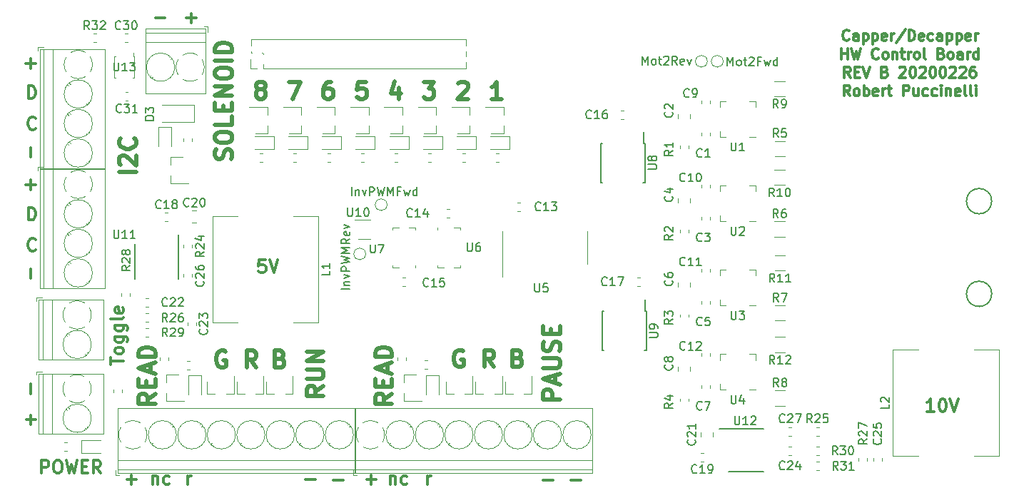
<source format=gbr>
G04 #@! TF.GenerationSoftware,KiCad,Pcbnew,(5.1.5-0-10_14)*
G04 #@! TF.CreationDate,2020-02-27T14:11:35-08:00*
G04 #@! TF.ProjectId,MotorDriverBoard_v2,4d6f746f-7244-4726-9976-6572426f6172,rev?*
G04 #@! TF.SameCoordinates,Original*
G04 #@! TF.FileFunction,Legend,Top*
G04 #@! TF.FilePolarity,Positive*
%FSLAX46Y46*%
G04 Gerber Fmt 4.6, Leading zero omitted, Abs format (unit mm)*
G04 Created by KiCad (PCBNEW (5.1.5-0-10_14)) date 2020-02-27 14:11:35*
%MOMM*%
%LPD*%
G04 APERTURE LIST*
%ADD10C,0.150000*%
%ADD11C,0.375000*%
%ADD12C,0.312500*%
%ADD13C,0.500000*%
%ADD14C,0.120000*%
G04 APERTURE END LIST*
D10*
X106456647Y-51252380D02*
X106456647Y-50252380D01*
X106932838Y-50585714D02*
X106932838Y-51252380D01*
X106932838Y-50680952D02*
X106980457Y-50633333D01*
X107075695Y-50585714D01*
X107218552Y-50585714D01*
X107313790Y-50633333D01*
X107361409Y-50728571D01*
X107361409Y-51252380D01*
X107742361Y-50585714D02*
X107980457Y-51252380D01*
X108218552Y-50585714D01*
X108599504Y-51252380D02*
X108599504Y-50252380D01*
X108980457Y-50252380D01*
X109075695Y-50300000D01*
X109123314Y-50347619D01*
X109170933Y-50442857D01*
X109170933Y-50585714D01*
X109123314Y-50680952D01*
X109075695Y-50728571D01*
X108980457Y-50776190D01*
X108599504Y-50776190D01*
X109504266Y-50252380D02*
X109742361Y-51252380D01*
X109932838Y-50538095D01*
X110123314Y-51252380D01*
X110361409Y-50252380D01*
X110742361Y-51252380D02*
X110742361Y-50252380D01*
X111075695Y-50966666D01*
X111409028Y-50252380D01*
X111409028Y-51252380D01*
X112218552Y-50728571D02*
X111885219Y-50728571D01*
X111885219Y-51252380D02*
X111885219Y-50252380D01*
X112361409Y-50252380D01*
X112647123Y-50585714D02*
X112837600Y-51252380D01*
X113028076Y-50776190D01*
X113218552Y-51252380D01*
X113409028Y-50585714D01*
X114218552Y-51252380D02*
X114218552Y-50252380D01*
X114218552Y-51204761D02*
X114123314Y-51252380D01*
X113932838Y-51252380D01*
X113837600Y-51204761D01*
X113789980Y-51157142D01*
X113742361Y-51061904D01*
X113742361Y-50776190D01*
X113789980Y-50680952D01*
X113837600Y-50633333D01*
X113932838Y-50585714D01*
X114123314Y-50585714D01*
X114218552Y-50633333D01*
X106268780Y-62358114D02*
X105268780Y-62358114D01*
X105602114Y-61881923D02*
X106268780Y-61881923D01*
X105697352Y-61881923D02*
X105649733Y-61834304D01*
X105602114Y-61739066D01*
X105602114Y-61596209D01*
X105649733Y-61500971D01*
X105744971Y-61453352D01*
X106268780Y-61453352D01*
X105602114Y-61072400D02*
X106268780Y-60834304D01*
X105602114Y-60596209D01*
X106268780Y-60215257D02*
X105268780Y-60215257D01*
X105268780Y-59834304D01*
X105316400Y-59739066D01*
X105364019Y-59691447D01*
X105459257Y-59643828D01*
X105602114Y-59643828D01*
X105697352Y-59691447D01*
X105744971Y-59739066D01*
X105792590Y-59834304D01*
X105792590Y-60215257D01*
X105268780Y-59310495D02*
X106268780Y-59072400D01*
X105554495Y-58881923D01*
X106268780Y-58691447D01*
X105268780Y-58453352D01*
X106268780Y-58072400D02*
X105268780Y-58072400D01*
X105983066Y-57739066D01*
X105268780Y-57405733D01*
X106268780Y-57405733D01*
X106268780Y-56358114D02*
X105792590Y-56691447D01*
X106268780Y-56929542D02*
X105268780Y-56929542D01*
X105268780Y-56548590D01*
X105316400Y-56453352D01*
X105364019Y-56405733D01*
X105459257Y-56358114D01*
X105602114Y-56358114D01*
X105697352Y-56405733D01*
X105744971Y-56453352D01*
X105792590Y-56548590D01*
X105792590Y-56929542D01*
X106221161Y-55548590D02*
X106268780Y-55643828D01*
X106268780Y-55834304D01*
X106221161Y-55929542D01*
X106125923Y-55977161D01*
X105744971Y-55977161D01*
X105649733Y-55929542D01*
X105602114Y-55834304D01*
X105602114Y-55643828D01*
X105649733Y-55548590D01*
X105744971Y-55500971D01*
X105840209Y-55500971D01*
X105935447Y-55977161D01*
X105602114Y-55167638D02*
X106268780Y-54929542D01*
X105602114Y-54691447D01*
X140957657Y-35707580D02*
X140957657Y-34707580D01*
X141290990Y-35421866D01*
X141624323Y-34707580D01*
X141624323Y-35707580D01*
X142243371Y-35707580D02*
X142148133Y-35659961D01*
X142100514Y-35612342D01*
X142052895Y-35517104D01*
X142052895Y-35231390D01*
X142100514Y-35136152D01*
X142148133Y-35088533D01*
X142243371Y-35040914D01*
X142386228Y-35040914D01*
X142481466Y-35088533D01*
X142529085Y-35136152D01*
X142576704Y-35231390D01*
X142576704Y-35517104D01*
X142529085Y-35612342D01*
X142481466Y-35659961D01*
X142386228Y-35707580D01*
X142243371Y-35707580D01*
X142862419Y-35040914D02*
X143243371Y-35040914D01*
X143005276Y-34707580D02*
X143005276Y-35564723D01*
X143052895Y-35659961D01*
X143148133Y-35707580D01*
X143243371Y-35707580D01*
X143529085Y-34802819D02*
X143576704Y-34755200D01*
X143671942Y-34707580D01*
X143910038Y-34707580D01*
X144005276Y-34755200D01*
X144052895Y-34802819D01*
X144100514Y-34898057D01*
X144100514Y-34993295D01*
X144052895Y-35136152D01*
X143481466Y-35707580D01*
X144100514Y-35707580D01*
X145100514Y-35707580D02*
X144767180Y-35231390D01*
X144529085Y-35707580D02*
X144529085Y-34707580D01*
X144910038Y-34707580D01*
X145005276Y-34755200D01*
X145052895Y-34802819D01*
X145100514Y-34898057D01*
X145100514Y-35040914D01*
X145052895Y-35136152D01*
X145005276Y-35183771D01*
X144910038Y-35231390D01*
X144529085Y-35231390D01*
X145910038Y-35659961D02*
X145814800Y-35707580D01*
X145624323Y-35707580D01*
X145529085Y-35659961D01*
X145481466Y-35564723D01*
X145481466Y-35183771D01*
X145529085Y-35088533D01*
X145624323Y-35040914D01*
X145814800Y-35040914D01*
X145910038Y-35088533D01*
X145957657Y-35183771D01*
X145957657Y-35279009D01*
X145481466Y-35374247D01*
X146290990Y-35040914D02*
X146529085Y-35707580D01*
X146767180Y-35040914D01*
X151073219Y-35809180D02*
X151073219Y-34809180D01*
X151406552Y-35523466D01*
X151739885Y-34809180D01*
X151739885Y-35809180D01*
X152358933Y-35809180D02*
X152263695Y-35761561D01*
X152216076Y-35713942D01*
X152168457Y-35618704D01*
X152168457Y-35332990D01*
X152216076Y-35237752D01*
X152263695Y-35190133D01*
X152358933Y-35142514D01*
X152501790Y-35142514D01*
X152597028Y-35190133D01*
X152644647Y-35237752D01*
X152692266Y-35332990D01*
X152692266Y-35618704D01*
X152644647Y-35713942D01*
X152597028Y-35761561D01*
X152501790Y-35809180D01*
X152358933Y-35809180D01*
X152977980Y-35142514D02*
X153358933Y-35142514D01*
X153120838Y-34809180D02*
X153120838Y-35666323D01*
X153168457Y-35761561D01*
X153263695Y-35809180D01*
X153358933Y-35809180D01*
X153644647Y-34904419D02*
X153692266Y-34856800D01*
X153787504Y-34809180D01*
X154025600Y-34809180D01*
X154120838Y-34856800D01*
X154168457Y-34904419D01*
X154216076Y-34999657D01*
X154216076Y-35094895D01*
X154168457Y-35237752D01*
X153597028Y-35809180D01*
X154216076Y-35809180D01*
X154977980Y-35285371D02*
X154644647Y-35285371D01*
X154644647Y-35809180D02*
X154644647Y-34809180D01*
X155120838Y-34809180D01*
X155406552Y-35142514D02*
X155597028Y-35809180D01*
X155787504Y-35332990D01*
X155977980Y-35809180D01*
X156168457Y-35142514D01*
X156977980Y-35809180D02*
X156977980Y-34809180D01*
X156977980Y-35761561D02*
X156882742Y-35809180D01*
X156692266Y-35809180D01*
X156597028Y-35761561D01*
X156549409Y-35713942D01*
X156501790Y-35618704D01*
X156501790Y-35332990D01*
X156549409Y-35237752D01*
X156597028Y-35190133D01*
X156692266Y-35142514D01*
X156882742Y-35142514D01*
X156977980Y-35190133D01*
D11*
X96234285Y-58868571D02*
X95520000Y-58868571D01*
X95448571Y-59582857D01*
X95520000Y-59511428D01*
X95662857Y-59440000D01*
X96020000Y-59440000D01*
X96162857Y-59511428D01*
X96234285Y-59582857D01*
X96305714Y-59725714D01*
X96305714Y-60082857D01*
X96234285Y-60225714D01*
X96162857Y-60297142D01*
X96020000Y-60368571D01*
X95662857Y-60368571D01*
X95520000Y-60297142D01*
X95448571Y-60225714D01*
X96734285Y-58868571D02*
X97234285Y-60368571D01*
X97734285Y-58868571D01*
X175601428Y-76878571D02*
X174744285Y-76878571D01*
X175172857Y-76878571D02*
X175172857Y-75378571D01*
X175030000Y-75592857D01*
X174887142Y-75735714D01*
X174744285Y-75807142D01*
X176530000Y-75378571D02*
X176672857Y-75378571D01*
X176815714Y-75450000D01*
X176887142Y-75521428D01*
X176958571Y-75664285D01*
X177030000Y-75950000D01*
X177030000Y-76307142D01*
X176958571Y-76592857D01*
X176887142Y-76735714D01*
X176815714Y-76807142D01*
X176672857Y-76878571D01*
X176530000Y-76878571D01*
X176387142Y-76807142D01*
X176315714Y-76735714D01*
X176244285Y-76592857D01*
X176172857Y-76307142D01*
X176172857Y-75950000D01*
X176244285Y-75664285D01*
X176315714Y-75521428D01*
X176387142Y-75450000D01*
X176530000Y-75378571D01*
X177458571Y-75378571D02*
X177958571Y-76878571D01*
X178458571Y-75378571D01*
D12*
X165517619Y-32725178D02*
X165458095Y-32784702D01*
X165279523Y-32844226D01*
X165160476Y-32844226D01*
X164981904Y-32784702D01*
X164862857Y-32665654D01*
X164803333Y-32546607D01*
X164743809Y-32308511D01*
X164743809Y-32129940D01*
X164803333Y-31891845D01*
X164862857Y-31772797D01*
X164981904Y-31653750D01*
X165160476Y-31594226D01*
X165279523Y-31594226D01*
X165458095Y-31653750D01*
X165517619Y-31713273D01*
X166589047Y-32844226D02*
X166589047Y-32189464D01*
X166529523Y-32070416D01*
X166410476Y-32010892D01*
X166172380Y-32010892D01*
X166053333Y-32070416D01*
X166589047Y-32784702D02*
X166469999Y-32844226D01*
X166172380Y-32844226D01*
X166053333Y-32784702D01*
X165993809Y-32665654D01*
X165993809Y-32546607D01*
X166053333Y-32427559D01*
X166172380Y-32368035D01*
X166469999Y-32368035D01*
X166589047Y-32308511D01*
X167184285Y-32010892D02*
X167184285Y-33260892D01*
X167184285Y-32070416D02*
X167303333Y-32010892D01*
X167541428Y-32010892D01*
X167660476Y-32070416D01*
X167719999Y-32129940D01*
X167779523Y-32248988D01*
X167779523Y-32606130D01*
X167719999Y-32725178D01*
X167660476Y-32784702D01*
X167541428Y-32844226D01*
X167303333Y-32844226D01*
X167184285Y-32784702D01*
X168315238Y-32010892D02*
X168315238Y-33260892D01*
X168315238Y-32070416D02*
X168434285Y-32010892D01*
X168672380Y-32010892D01*
X168791428Y-32070416D01*
X168850952Y-32129940D01*
X168910476Y-32248988D01*
X168910476Y-32606130D01*
X168850952Y-32725178D01*
X168791428Y-32784702D01*
X168672380Y-32844226D01*
X168434285Y-32844226D01*
X168315238Y-32784702D01*
X169922380Y-32784702D02*
X169803333Y-32844226D01*
X169565238Y-32844226D01*
X169446190Y-32784702D01*
X169386666Y-32665654D01*
X169386666Y-32189464D01*
X169446190Y-32070416D01*
X169565238Y-32010892D01*
X169803333Y-32010892D01*
X169922380Y-32070416D01*
X169981904Y-32189464D01*
X169981904Y-32308511D01*
X169386666Y-32427559D01*
X170517619Y-32844226D02*
X170517619Y-32010892D01*
X170517619Y-32248988D02*
X170577142Y-32129940D01*
X170636666Y-32070416D01*
X170755714Y-32010892D01*
X170874761Y-32010892D01*
X172184285Y-31534702D02*
X171112857Y-33141845D01*
X172600952Y-32844226D02*
X172600952Y-31594226D01*
X172898571Y-31594226D01*
X173077142Y-31653750D01*
X173196190Y-31772797D01*
X173255714Y-31891845D01*
X173315238Y-32129940D01*
X173315238Y-32308511D01*
X173255714Y-32546607D01*
X173196190Y-32665654D01*
X173077142Y-32784702D01*
X172898571Y-32844226D01*
X172600952Y-32844226D01*
X174327142Y-32784702D02*
X174208095Y-32844226D01*
X173969999Y-32844226D01*
X173850952Y-32784702D01*
X173791428Y-32665654D01*
X173791428Y-32189464D01*
X173850952Y-32070416D01*
X173969999Y-32010892D01*
X174208095Y-32010892D01*
X174327142Y-32070416D01*
X174386666Y-32189464D01*
X174386666Y-32308511D01*
X173791428Y-32427559D01*
X175458095Y-32784702D02*
X175339047Y-32844226D01*
X175100952Y-32844226D01*
X174981904Y-32784702D01*
X174922380Y-32725178D01*
X174862857Y-32606130D01*
X174862857Y-32248988D01*
X174922380Y-32129940D01*
X174981904Y-32070416D01*
X175100952Y-32010892D01*
X175339047Y-32010892D01*
X175458095Y-32070416D01*
X176529523Y-32844226D02*
X176529523Y-32189464D01*
X176469999Y-32070416D01*
X176350952Y-32010892D01*
X176112857Y-32010892D01*
X175993809Y-32070416D01*
X176529523Y-32784702D02*
X176410476Y-32844226D01*
X176112857Y-32844226D01*
X175993809Y-32784702D01*
X175934285Y-32665654D01*
X175934285Y-32546607D01*
X175993809Y-32427559D01*
X176112857Y-32368035D01*
X176410476Y-32368035D01*
X176529523Y-32308511D01*
X177124761Y-32010892D02*
X177124761Y-33260892D01*
X177124761Y-32070416D02*
X177243809Y-32010892D01*
X177481904Y-32010892D01*
X177600952Y-32070416D01*
X177660476Y-32129940D01*
X177719999Y-32248988D01*
X177719999Y-32606130D01*
X177660476Y-32725178D01*
X177600952Y-32784702D01*
X177481904Y-32844226D01*
X177243809Y-32844226D01*
X177124761Y-32784702D01*
X178255714Y-32010892D02*
X178255714Y-33260892D01*
X178255714Y-32070416D02*
X178374761Y-32010892D01*
X178612857Y-32010892D01*
X178731904Y-32070416D01*
X178791428Y-32129940D01*
X178850952Y-32248988D01*
X178850952Y-32606130D01*
X178791428Y-32725178D01*
X178731904Y-32784702D01*
X178612857Y-32844226D01*
X178374761Y-32844226D01*
X178255714Y-32784702D01*
X179862857Y-32784702D02*
X179743809Y-32844226D01*
X179505714Y-32844226D01*
X179386666Y-32784702D01*
X179327142Y-32665654D01*
X179327142Y-32189464D01*
X179386666Y-32070416D01*
X179505714Y-32010892D01*
X179743809Y-32010892D01*
X179862857Y-32070416D01*
X179922380Y-32189464D01*
X179922380Y-32308511D01*
X179327142Y-32427559D01*
X180458095Y-32844226D02*
X180458095Y-32010892D01*
X180458095Y-32248988D02*
X180517619Y-32129940D01*
X180577142Y-32070416D01*
X180696190Y-32010892D01*
X180815238Y-32010892D01*
X164595000Y-35031726D02*
X164595000Y-33781726D01*
X164595000Y-34376964D02*
X165309285Y-34376964D01*
X165309285Y-35031726D02*
X165309285Y-33781726D01*
X165785476Y-33781726D02*
X166083095Y-35031726D01*
X166321190Y-34138869D01*
X166559285Y-35031726D01*
X166856904Y-33781726D01*
X168999761Y-34912678D02*
X168940238Y-34972202D01*
X168761666Y-35031726D01*
X168642619Y-35031726D01*
X168464047Y-34972202D01*
X168345000Y-34853154D01*
X168285476Y-34734107D01*
X168225952Y-34496011D01*
X168225952Y-34317440D01*
X168285476Y-34079345D01*
X168345000Y-33960297D01*
X168464047Y-33841250D01*
X168642619Y-33781726D01*
X168761666Y-33781726D01*
X168940238Y-33841250D01*
X168999761Y-33900773D01*
X169714047Y-35031726D02*
X169595000Y-34972202D01*
X169535476Y-34912678D01*
X169475952Y-34793630D01*
X169475952Y-34436488D01*
X169535476Y-34317440D01*
X169595000Y-34257916D01*
X169714047Y-34198392D01*
X169892619Y-34198392D01*
X170011666Y-34257916D01*
X170071190Y-34317440D01*
X170130714Y-34436488D01*
X170130714Y-34793630D01*
X170071190Y-34912678D01*
X170011666Y-34972202D01*
X169892619Y-35031726D01*
X169714047Y-35031726D01*
X170666428Y-34198392D02*
X170666428Y-35031726D01*
X170666428Y-34317440D02*
X170725952Y-34257916D01*
X170845000Y-34198392D01*
X171023571Y-34198392D01*
X171142619Y-34257916D01*
X171202142Y-34376964D01*
X171202142Y-35031726D01*
X171618809Y-34198392D02*
X172095000Y-34198392D01*
X171797380Y-33781726D02*
X171797380Y-34853154D01*
X171856904Y-34972202D01*
X171975952Y-35031726D01*
X172095000Y-35031726D01*
X172511666Y-35031726D02*
X172511666Y-34198392D01*
X172511666Y-34436488D02*
X172571190Y-34317440D01*
X172630714Y-34257916D01*
X172749761Y-34198392D01*
X172868809Y-34198392D01*
X173464047Y-35031726D02*
X173345000Y-34972202D01*
X173285476Y-34912678D01*
X173225952Y-34793630D01*
X173225952Y-34436488D01*
X173285476Y-34317440D01*
X173345000Y-34257916D01*
X173464047Y-34198392D01*
X173642619Y-34198392D01*
X173761666Y-34257916D01*
X173821190Y-34317440D01*
X173880714Y-34436488D01*
X173880714Y-34793630D01*
X173821190Y-34912678D01*
X173761666Y-34972202D01*
X173642619Y-35031726D01*
X173464047Y-35031726D01*
X174595000Y-35031726D02*
X174475952Y-34972202D01*
X174416428Y-34853154D01*
X174416428Y-33781726D01*
X176440238Y-34376964D02*
X176618809Y-34436488D01*
X176678333Y-34496011D01*
X176737857Y-34615059D01*
X176737857Y-34793630D01*
X176678333Y-34912678D01*
X176618809Y-34972202D01*
X176499761Y-35031726D01*
X176023571Y-35031726D01*
X176023571Y-33781726D01*
X176440238Y-33781726D01*
X176559285Y-33841250D01*
X176618809Y-33900773D01*
X176678333Y-34019821D01*
X176678333Y-34138869D01*
X176618809Y-34257916D01*
X176559285Y-34317440D01*
X176440238Y-34376964D01*
X176023571Y-34376964D01*
X177452142Y-35031726D02*
X177333095Y-34972202D01*
X177273571Y-34912678D01*
X177214047Y-34793630D01*
X177214047Y-34436488D01*
X177273571Y-34317440D01*
X177333095Y-34257916D01*
X177452142Y-34198392D01*
X177630714Y-34198392D01*
X177749761Y-34257916D01*
X177809285Y-34317440D01*
X177868809Y-34436488D01*
X177868809Y-34793630D01*
X177809285Y-34912678D01*
X177749761Y-34972202D01*
X177630714Y-35031726D01*
X177452142Y-35031726D01*
X178940238Y-35031726D02*
X178940238Y-34376964D01*
X178880714Y-34257916D01*
X178761666Y-34198392D01*
X178523571Y-34198392D01*
X178404523Y-34257916D01*
X178940238Y-34972202D02*
X178821190Y-35031726D01*
X178523571Y-35031726D01*
X178404523Y-34972202D01*
X178345000Y-34853154D01*
X178345000Y-34734107D01*
X178404523Y-34615059D01*
X178523571Y-34555535D01*
X178821190Y-34555535D01*
X178940238Y-34496011D01*
X179535476Y-35031726D02*
X179535476Y-34198392D01*
X179535476Y-34436488D02*
X179595000Y-34317440D01*
X179654523Y-34257916D01*
X179773571Y-34198392D01*
X179892619Y-34198392D01*
X180845000Y-35031726D02*
X180845000Y-33781726D01*
X180845000Y-34972202D02*
X180725952Y-35031726D01*
X180487857Y-35031726D01*
X180368809Y-34972202D01*
X180309285Y-34912678D01*
X180249761Y-34793630D01*
X180249761Y-34436488D01*
X180309285Y-34317440D01*
X180368809Y-34257916D01*
X180487857Y-34198392D01*
X180725952Y-34198392D01*
X180845000Y-34257916D01*
X165666428Y-37219226D02*
X165249761Y-36623988D01*
X164952142Y-37219226D02*
X164952142Y-35969226D01*
X165428333Y-35969226D01*
X165547380Y-36028750D01*
X165606904Y-36088273D01*
X165666428Y-36207321D01*
X165666428Y-36385892D01*
X165606904Y-36504940D01*
X165547380Y-36564464D01*
X165428333Y-36623988D01*
X164952142Y-36623988D01*
X166202142Y-36564464D02*
X166618809Y-36564464D01*
X166797380Y-37219226D02*
X166202142Y-37219226D01*
X166202142Y-35969226D01*
X166797380Y-35969226D01*
X167154523Y-35969226D02*
X167571190Y-37219226D01*
X167987857Y-35969226D01*
X169773571Y-36564464D02*
X169952142Y-36623988D01*
X170011666Y-36683511D01*
X170071190Y-36802559D01*
X170071190Y-36981130D01*
X170011666Y-37100178D01*
X169952142Y-37159702D01*
X169833095Y-37219226D01*
X169356904Y-37219226D01*
X169356904Y-35969226D01*
X169773571Y-35969226D01*
X169892619Y-36028750D01*
X169952142Y-36088273D01*
X170011666Y-36207321D01*
X170011666Y-36326369D01*
X169952142Y-36445416D01*
X169892619Y-36504940D01*
X169773571Y-36564464D01*
X169356904Y-36564464D01*
X171499761Y-36088273D02*
X171559285Y-36028750D01*
X171678333Y-35969226D01*
X171975952Y-35969226D01*
X172095000Y-36028750D01*
X172154523Y-36088273D01*
X172214047Y-36207321D01*
X172214047Y-36326369D01*
X172154523Y-36504940D01*
X171440238Y-37219226D01*
X172214047Y-37219226D01*
X172987857Y-35969226D02*
X173106904Y-35969226D01*
X173225952Y-36028750D01*
X173285476Y-36088273D01*
X173345000Y-36207321D01*
X173404523Y-36445416D01*
X173404523Y-36743035D01*
X173345000Y-36981130D01*
X173285476Y-37100178D01*
X173225952Y-37159702D01*
X173106904Y-37219226D01*
X172987857Y-37219226D01*
X172868809Y-37159702D01*
X172809285Y-37100178D01*
X172749761Y-36981130D01*
X172690238Y-36743035D01*
X172690238Y-36445416D01*
X172749761Y-36207321D01*
X172809285Y-36088273D01*
X172868809Y-36028750D01*
X172987857Y-35969226D01*
X173880714Y-36088273D02*
X173940238Y-36028750D01*
X174059285Y-35969226D01*
X174356904Y-35969226D01*
X174475952Y-36028750D01*
X174535476Y-36088273D01*
X174595000Y-36207321D01*
X174595000Y-36326369D01*
X174535476Y-36504940D01*
X173821190Y-37219226D01*
X174595000Y-37219226D01*
X175368809Y-35969226D02*
X175487857Y-35969226D01*
X175606904Y-36028750D01*
X175666428Y-36088273D01*
X175725952Y-36207321D01*
X175785476Y-36445416D01*
X175785476Y-36743035D01*
X175725952Y-36981130D01*
X175666428Y-37100178D01*
X175606904Y-37159702D01*
X175487857Y-37219226D01*
X175368809Y-37219226D01*
X175249761Y-37159702D01*
X175190238Y-37100178D01*
X175130714Y-36981130D01*
X175071190Y-36743035D01*
X175071190Y-36445416D01*
X175130714Y-36207321D01*
X175190238Y-36088273D01*
X175249761Y-36028750D01*
X175368809Y-35969226D01*
X176559285Y-35969226D02*
X176678333Y-35969226D01*
X176797380Y-36028750D01*
X176856904Y-36088273D01*
X176916428Y-36207321D01*
X176975952Y-36445416D01*
X176975952Y-36743035D01*
X176916428Y-36981130D01*
X176856904Y-37100178D01*
X176797380Y-37159702D01*
X176678333Y-37219226D01*
X176559285Y-37219226D01*
X176440238Y-37159702D01*
X176380714Y-37100178D01*
X176321190Y-36981130D01*
X176261666Y-36743035D01*
X176261666Y-36445416D01*
X176321190Y-36207321D01*
X176380714Y-36088273D01*
X176440238Y-36028750D01*
X176559285Y-35969226D01*
X177452142Y-36088273D02*
X177511666Y-36028750D01*
X177630714Y-35969226D01*
X177928333Y-35969226D01*
X178047380Y-36028750D01*
X178106904Y-36088273D01*
X178166428Y-36207321D01*
X178166428Y-36326369D01*
X178106904Y-36504940D01*
X177392619Y-37219226D01*
X178166428Y-37219226D01*
X178642619Y-36088273D02*
X178702142Y-36028750D01*
X178821190Y-35969226D01*
X179118809Y-35969226D01*
X179237857Y-36028750D01*
X179297380Y-36088273D01*
X179356904Y-36207321D01*
X179356904Y-36326369D01*
X179297380Y-36504940D01*
X178583095Y-37219226D01*
X179356904Y-37219226D01*
X180428333Y-35969226D02*
X180190238Y-35969226D01*
X180071190Y-36028750D01*
X180011666Y-36088273D01*
X179892619Y-36266845D01*
X179833095Y-36504940D01*
X179833095Y-36981130D01*
X179892619Y-37100178D01*
X179952142Y-37159702D01*
X180071190Y-37219226D01*
X180309285Y-37219226D01*
X180428333Y-37159702D01*
X180487857Y-37100178D01*
X180547380Y-36981130D01*
X180547380Y-36683511D01*
X180487857Y-36564464D01*
X180428333Y-36504940D01*
X180309285Y-36445416D01*
X180071190Y-36445416D01*
X179952142Y-36504940D01*
X179892619Y-36564464D01*
X179833095Y-36683511D01*
X165606904Y-39406726D02*
X165190238Y-38811488D01*
X164892619Y-39406726D02*
X164892619Y-38156726D01*
X165368809Y-38156726D01*
X165487857Y-38216250D01*
X165547380Y-38275773D01*
X165606904Y-38394821D01*
X165606904Y-38573392D01*
X165547380Y-38692440D01*
X165487857Y-38751964D01*
X165368809Y-38811488D01*
X164892619Y-38811488D01*
X166321190Y-39406726D02*
X166202142Y-39347202D01*
X166142619Y-39287678D01*
X166083095Y-39168630D01*
X166083095Y-38811488D01*
X166142619Y-38692440D01*
X166202142Y-38632916D01*
X166321190Y-38573392D01*
X166499761Y-38573392D01*
X166618809Y-38632916D01*
X166678333Y-38692440D01*
X166737857Y-38811488D01*
X166737857Y-39168630D01*
X166678333Y-39287678D01*
X166618809Y-39347202D01*
X166499761Y-39406726D01*
X166321190Y-39406726D01*
X167273571Y-39406726D02*
X167273571Y-38156726D01*
X167273571Y-38632916D02*
X167392619Y-38573392D01*
X167630714Y-38573392D01*
X167749761Y-38632916D01*
X167809285Y-38692440D01*
X167868809Y-38811488D01*
X167868809Y-39168630D01*
X167809285Y-39287678D01*
X167749761Y-39347202D01*
X167630714Y-39406726D01*
X167392619Y-39406726D01*
X167273571Y-39347202D01*
X168880714Y-39347202D02*
X168761666Y-39406726D01*
X168523571Y-39406726D01*
X168404523Y-39347202D01*
X168345000Y-39228154D01*
X168345000Y-38751964D01*
X168404523Y-38632916D01*
X168523571Y-38573392D01*
X168761666Y-38573392D01*
X168880714Y-38632916D01*
X168940238Y-38751964D01*
X168940238Y-38871011D01*
X168345000Y-38990059D01*
X169475952Y-39406726D02*
X169475952Y-38573392D01*
X169475952Y-38811488D02*
X169535476Y-38692440D01*
X169595000Y-38632916D01*
X169714047Y-38573392D01*
X169833095Y-38573392D01*
X170071190Y-38573392D02*
X170547380Y-38573392D01*
X170249761Y-38156726D02*
X170249761Y-39228154D01*
X170309285Y-39347202D01*
X170428333Y-39406726D01*
X170547380Y-39406726D01*
X171916428Y-39406726D02*
X171916428Y-38156726D01*
X172392619Y-38156726D01*
X172511666Y-38216250D01*
X172571190Y-38275773D01*
X172630714Y-38394821D01*
X172630714Y-38573392D01*
X172571190Y-38692440D01*
X172511666Y-38751964D01*
X172392619Y-38811488D01*
X171916428Y-38811488D01*
X173702142Y-38573392D02*
X173702142Y-39406726D01*
X173166428Y-38573392D02*
X173166428Y-39228154D01*
X173225952Y-39347202D01*
X173345000Y-39406726D01*
X173523571Y-39406726D01*
X173642619Y-39347202D01*
X173702142Y-39287678D01*
X174833095Y-39347202D02*
X174714047Y-39406726D01*
X174475952Y-39406726D01*
X174356904Y-39347202D01*
X174297380Y-39287678D01*
X174237857Y-39168630D01*
X174237857Y-38811488D01*
X174297380Y-38692440D01*
X174356904Y-38632916D01*
X174475952Y-38573392D01*
X174714047Y-38573392D01*
X174833095Y-38632916D01*
X175904523Y-39347202D02*
X175785476Y-39406726D01*
X175547380Y-39406726D01*
X175428333Y-39347202D01*
X175368809Y-39287678D01*
X175309285Y-39168630D01*
X175309285Y-38811488D01*
X175368809Y-38692440D01*
X175428333Y-38632916D01*
X175547380Y-38573392D01*
X175785476Y-38573392D01*
X175904523Y-38632916D01*
X176440238Y-39406726D02*
X176440238Y-38573392D01*
X176440238Y-38156726D02*
X176380714Y-38216250D01*
X176440238Y-38275773D01*
X176499761Y-38216250D01*
X176440238Y-38156726D01*
X176440238Y-38275773D01*
X177035476Y-38573392D02*
X177035476Y-39406726D01*
X177035476Y-38692440D02*
X177095000Y-38632916D01*
X177214047Y-38573392D01*
X177392619Y-38573392D01*
X177511666Y-38632916D01*
X177571190Y-38751964D01*
X177571190Y-39406726D01*
X178642619Y-39347202D02*
X178523571Y-39406726D01*
X178285476Y-39406726D01*
X178166428Y-39347202D01*
X178106904Y-39228154D01*
X178106904Y-38751964D01*
X178166428Y-38632916D01*
X178285476Y-38573392D01*
X178523571Y-38573392D01*
X178642619Y-38632916D01*
X178702142Y-38751964D01*
X178702142Y-38871011D01*
X178106904Y-38990059D01*
X179416428Y-39406726D02*
X179297380Y-39347202D01*
X179237857Y-39228154D01*
X179237857Y-38156726D01*
X180071190Y-39406726D02*
X179952142Y-39347202D01*
X179892619Y-39228154D01*
X179892619Y-38156726D01*
X180547380Y-39406726D02*
X180547380Y-38573392D01*
X180547380Y-38156726D02*
X180487857Y-38216250D01*
X180547380Y-38275773D01*
X180606904Y-38216250D01*
X180547380Y-38156726D01*
X180547380Y-38275773D01*
D11*
X115462857Y-85514571D02*
X115462857Y-84514571D01*
X115462857Y-84800285D02*
X115534285Y-84657428D01*
X115605714Y-84586000D01*
X115748571Y-84514571D01*
X115891428Y-84514571D01*
X87014857Y-85514571D02*
X87014857Y-84514571D01*
X87014857Y-84800285D02*
X87086285Y-84657428D01*
X87157714Y-84586000D01*
X87300571Y-84514571D01*
X87443428Y-84514571D01*
X111049714Y-84514571D02*
X111049714Y-85514571D01*
X111049714Y-84657428D02*
X111121142Y-84586000D01*
X111264000Y-84514571D01*
X111478285Y-84514571D01*
X111621142Y-84586000D01*
X111692571Y-84728857D01*
X111692571Y-85514571D01*
X113049714Y-85443142D02*
X112906857Y-85514571D01*
X112621142Y-85514571D01*
X112478285Y-85443142D01*
X112406857Y-85371714D01*
X112335428Y-85228857D01*
X112335428Y-84800285D01*
X112406857Y-84657428D01*
X112478285Y-84586000D01*
X112621142Y-84514571D01*
X112906857Y-84514571D01*
X113049714Y-84586000D01*
X82855714Y-84514571D02*
X82855714Y-85514571D01*
X82855714Y-84657428D02*
X82927142Y-84586000D01*
X83070000Y-84514571D01*
X83284285Y-84514571D01*
X83427142Y-84586000D01*
X83498571Y-84728857D01*
X83498571Y-85514571D01*
X84855714Y-85443142D02*
X84712857Y-85514571D01*
X84427142Y-85514571D01*
X84284285Y-85443142D01*
X84212857Y-85371714D01*
X84141428Y-85228857D01*
X84141428Y-84800285D01*
X84212857Y-84657428D01*
X84284285Y-84586000D01*
X84427142Y-84514571D01*
X84712857Y-84514571D01*
X84855714Y-84586000D01*
X105473428Y-84982857D02*
X104330571Y-84982857D01*
X101028571Y-84943142D02*
X102171428Y-84943142D01*
X133667428Y-84982857D02*
X132524571Y-84982857D01*
X130365428Y-84982857D02*
X129222571Y-84982857D01*
X108819142Y-85534428D02*
X108819142Y-84391571D01*
X109390571Y-84963000D02*
X108247714Y-84963000D01*
X80371142Y-85534428D02*
X80371142Y-84391571D01*
X80942571Y-84963000D02*
X79799714Y-84963000D01*
X77918571Y-71318000D02*
X77918571Y-70460857D01*
X79418571Y-70889428D02*
X77918571Y-70889428D01*
X79418571Y-69746571D02*
X79347142Y-69889428D01*
X79275714Y-69960857D01*
X79132857Y-70032285D01*
X78704285Y-70032285D01*
X78561428Y-69960857D01*
X78490000Y-69889428D01*
X78418571Y-69746571D01*
X78418571Y-69532285D01*
X78490000Y-69389428D01*
X78561428Y-69318000D01*
X78704285Y-69246571D01*
X79132857Y-69246571D01*
X79275714Y-69318000D01*
X79347142Y-69389428D01*
X79418571Y-69532285D01*
X79418571Y-69746571D01*
X78418571Y-67960857D02*
X79632857Y-67960857D01*
X79775714Y-68032285D01*
X79847142Y-68103714D01*
X79918571Y-68246571D01*
X79918571Y-68460857D01*
X79847142Y-68603714D01*
X79347142Y-67960857D02*
X79418571Y-68103714D01*
X79418571Y-68389428D01*
X79347142Y-68532285D01*
X79275714Y-68603714D01*
X79132857Y-68675142D01*
X78704285Y-68675142D01*
X78561428Y-68603714D01*
X78490000Y-68532285D01*
X78418571Y-68389428D01*
X78418571Y-68103714D01*
X78490000Y-67960857D01*
X78418571Y-66603714D02*
X79632857Y-66603714D01*
X79775714Y-66675142D01*
X79847142Y-66746571D01*
X79918571Y-66889428D01*
X79918571Y-67103714D01*
X79847142Y-67246571D01*
X79347142Y-66603714D02*
X79418571Y-66746571D01*
X79418571Y-67032285D01*
X79347142Y-67175142D01*
X79275714Y-67246571D01*
X79132857Y-67318000D01*
X78704285Y-67318000D01*
X78561428Y-67246571D01*
X78490000Y-67175142D01*
X78418571Y-67032285D01*
X78418571Y-66746571D01*
X78490000Y-66603714D01*
X79418571Y-65675142D02*
X79347142Y-65818000D01*
X79204285Y-65889428D01*
X77918571Y-65889428D01*
X79347142Y-64532285D02*
X79418571Y-64675142D01*
X79418571Y-64960857D01*
X79347142Y-65103714D01*
X79204285Y-65175142D01*
X78632857Y-65175142D01*
X78490000Y-65103714D01*
X78418571Y-64960857D01*
X78418571Y-64675142D01*
X78490000Y-64532285D01*
X78632857Y-64460857D01*
X78775714Y-64460857D01*
X78918571Y-65175142D01*
X68409357Y-59944071D02*
X68409357Y-61086928D01*
X68980785Y-57685714D02*
X68909357Y-57757142D01*
X68695071Y-57828571D01*
X68552214Y-57828571D01*
X68337928Y-57757142D01*
X68195071Y-57614285D01*
X68123642Y-57471428D01*
X68052214Y-57185714D01*
X68052214Y-56971428D01*
X68123642Y-56685714D01*
X68195071Y-56542857D01*
X68337928Y-56400000D01*
X68552214Y-56328571D01*
X68695071Y-56328571D01*
X68909357Y-56400000D01*
X68980785Y-56471428D01*
X68409357Y-49403071D02*
X68409357Y-50545928D01*
X67837928Y-49974500D02*
X68980785Y-49974500D01*
X68123642Y-54145571D02*
X68123642Y-52645571D01*
X68480785Y-52645571D01*
X68695071Y-52717000D01*
X68837928Y-52859857D01*
X68909357Y-53002714D01*
X68980785Y-53288428D01*
X68980785Y-53502714D01*
X68909357Y-53788428D01*
X68837928Y-53931285D01*
X68695071Y-54074142D01*
X68480785Y-54145571D01*
X68123642Y-54145571D01*
X68123642Y-39731071D02*
X68123642Y-38231071D01*
X68480785Y-38231071D01*
X68695071Y-38302500D01*
X68837928Y-38445357D01*
X68909357Y-38588214D01*
X68980785Y-38873928D01*
X68980785Y-39088214D01*
X68909357Y-39373928D01*
X68837928Y-39516785D01*
X68695071Y-39659642D01*
X68480785Y-39731071D01*
X68123642Y-39731071D01*
X68980785Y-43271214D02*
X68909357Y-43342642D01*
X68695071Y-43414071D01*
X68552214Y-43414071D01*
X68337928Y-43342642D01*
X68195071Y-43199785D01*
X68123642Y-43056928D01*
X68052214Y-42771214D01*
X68052214Y-42556928D01*
X68123642Y-42271214D01*
X68195071Y-42128357D01*
X68337928Y-41985500D01*
X68552214Y-41914071D01*
X68695071Y-41914071D01*
X68909357Y-41985500D01*
X68980785Y-42056928D01*
X68409357Y-34988571D02*
X68409357Y-36131428D01*
X67837928Y-35560000D02*
X68980785Y-35560000D01*
X68409357Y-45529571D02*
X68409357Y-46672428D01*
X88010928Y-30182357D02*
X86868071Y-30182357D01*
X87439500Y-29610928D02*
X87439500Y-30753785D01*
X84327928Y-30182357D02*
X83185071Y-30182357D01*
D13*
X80904761Y-48452380D02*
X78904761Y-48452380D01*
X79095238Y-47595238D02*
X79000000Y-47500000D01*
X78904761Y-47309523D01*
X78904761Y-46833333D01*
X79000000Y-46642857D01*
X79095238Y-46547619D01*
X79285714Y-46452380D01*
X79476190Y-46452380D01*
X79761904Y-46547619D01*
X80904761Y-47690476D01*
X80904761Y-46452380D01*
X80714285Y-44452380D02*
X80809523Y-44547619D01*
X80904761Y-44833333D01*
X80904761Y-45023809D01*
X80809523Y-45309523D01*
X80619047Y-45500000D01*
X80428571Y-45595238D01*
X80047619Y-45690476D01*
X79761904Y-45690476D01*
X79380952Y-45595238D01*
X79190476Y-45500000D01*
X79000000Y-45309523D01*
X78904761Y-45023809D01*
X78904761Y-44833333D01*
X79000000Y-44547619D01*
X79095238Y-44452380D01*
D11*
X68433142Y-78422428D02*
X68433142Y-77279571D01*
X69004571Y-77851000D02*
X67861714Y-77851000D01*
X68433142Y-74739428D02*
X68433142Y-73596571D01*
X69687714Y-84181071D02*
X69687714Y-82681071D01*
X70259142Y-82681071D01*
X70402000Y-82752500D01*
X70473428Y-82823928D01*
X70544857Y-82966785D01*
X70544857Y-83181071D01*
X70473428Y-83323928D01*
X70402000Y-83395357D01*
X70259142Y-83466785D01*
X69687714Y-83466785D01*
X71473428Y-82681071D02*
X71759142Y-82681071D01*
X71902000Y-82752500D01*
X72044857Y-82895357D01*
X72116285Y-83181071D01*
X72116285Y-83681071D01*
X72044857Y-83966785D01*
X71902000Y-84109642D01*
X71759142Y-84181071D01*
X71473428Y-84181071D01*
X71330571Y-84109642D01*
X71187714Y-83966785D01*
X71116285Y-83681071D01*
X71116285Y-83181071D01*
X71187714Y-82895357D01*
X71330571Y-82752500D01*
X71473428Y-82681071D01*
X72616285Y-82681071D02*
X72973428Y-84181071D01*
X73259142Y-83109642D01*
X73544857Y-84181071D01*
X73902000Y-82681071D01*
X74473428Y-83395357D02*
X74973428Y-83395357D01*
X75187714Y-84181071D02*
X74473428Y-84181071D01*
X74473428Y-82681071D01*
X75187714Y-82681071D01*
X76687714Y-84181071D02*
X76187714Y-83466785D01*
X75830571Y-84181071D02*
X75830571Y-82681071D01*
X76402000Y-82681071D01*
X76544857Y-82752500D01*
X76616285Y-82823928D01*
X76687714Y-82966785D01*
X76687714Y-83181071D01*
X76616285Y-83323928D01*
X76544857Y-83395357D01*
X76402000Y-83466785D01*
X75830571Y-83466785D01*
D13*
X92186023Y-46904761D02*
X92281261Y-46619047D01*
X92281261Y-46142857D01*
X92186023Y-45952380D01*
X92090785Y-45857142D01*
X91900309Y-45761904D01*
X91709833Y-45761904D01*
X91519357Y-45857142D01*
X91424119Y-45952380D01*
X91328880Y-46142857D01*
X91233642Y-46523809D01*
X91138404Y-46714285D01*
X91043166Y-46809523D01*
X90852690Y-46904761D01*
X90662214Y-46904761D01*
X90471738Y-46809523D01*
X90376500Y-46714285D01*
X90281261Y-46523809D01*
X90281261Y-46047619D01*
X90376500Y-45761904D01*
X90281261Y-44523809D02*
X90281261Y-44142857D01*
X90376500Y-43952380D01*
X90566976Y-43761904D01*
X90947928Y-43666666D01*
X91614595Y-43666666D01*
X91995547Y-43761904D01*
X92186023Y-43952380D01*
X92281261Y-44142857D01*
X92281261Y-44523809D01*
X92186023Y-44714285D01*
X91995547Y-44904761D01*
X91614595Y-45000000D01*
X90947928Y-45000000D01*
X90566976Y-44904761D01*
X90376500Y-44714285D01*
X90281261Y-44523809D01*
X92281261Y-41857142D02*
X92281261Y-42809523D01*
X90281261Y-42809523D01*
X91233642Y-41190476D02*
X91233642Y-40523809D01*
X92281261Y-40238095D02*
X92281261Y-41190476D01*
X90281261Y-41190476D01*
X90281261Y-40238095D01*
X92281261Y-39380952D02*
X90281261Y-39380952D01*
X92281261Y-38238095D01*
X90281261Y-38238095D01*
X90281261Y-36904761D02*
X90281261Y-36523809D01*
X90376500Y-36333333D01*
X90566976Y-36142857D01*
X90947928Y-36047619D01*
X91614595Y-36047619D01*
X91995547Y-36142857D01*
X92186023Y-36333333D01*
X92281261Y-36523809D01*
X92281261Y-36904761D01*
X92186023Y-37095238D01*
X91995547Y-37285714D01*
X91614595Y-37380952D01*
X90947928Y-37380952D01*
X90566976Y-37285714D01*
X90376500Y-37095238D01*
X90281261Y-36904761D01*
X92281261Y-35190476D02*
X90281261Y-35190476D01*
X92281261Y-34238095D02*
X90281261Y-34238095D01*
X90281261Y-33761904D01*
X90376500Y-33476190D01*
X90566976Y-33285714D01*
X90757452Y-33190476D01*
X91138404Y-33095238D01*
X91424119Y-33095238D01*
X91805071Y-33190476D01*
X91995547Y-33285714D01*
X92186023Y-33476190D01*
X92281261Y-33761904D01*
X92281261Y-34238095D01*
X111267761Y-74786857D02*
X110315380Y-75453523D01*
X111267761Y-75929714D02*
X109267761Y-75929714D01*
X109267761Y-75167809D01*
X109363000Y-74977333D01*
X109458238Y-74882095D01*
X109648714Y-74786857D01*
X109934428Y-74786857D01*
X110124904Y-74882095D01*
X110220142Y-74977333D01*
X110315380Y-75167809D01*
X110315380Y-75929714D01*
X110220142Y-73929714D02*
X110220142Y-73263047D01*
X111267761Y-72977333D02*
X111267761Y-73929714D01*
X109267761Y-73929714D01*
X109267761Y-72977333D01*
X110696333Y-72215428D02*
X110696333Y-71263047D01*
X111267761Y-72405904D02*
X109267761Y-71739238D01*
X111267761Y-71072571D01*
X111267761Y-70405904D02*
X109267761Y-70405904D01*
X109267761Y-69929714D01*
X109363000Y-69644000D01*
X109553476Y-69453523D01*
X109743952Y-69358285D01*
X110124904Y-69263047D01*
X110410619Y-69263047D01*
X110791571Y-69358285D01*
X110982047Y-69453523D01*
X111172523Y-69644000D01*
X111267761Y-69929714D01*
X111267761Y-70405904D01*
X83200761Y-74786857D02*
X82248380Y-75453523D01*
X83200761Y-75929714D02*
X81200761Y-75929714D01*
X81200761Y-75167809D01*
X81296000Y-74977333D01*
X81391238Y-74882095D01*
X81581714Y-74786857D01*
X81867428Y-74786857D01*
X82057904Y-74882095D01*
X82153142Y-74977333D01*
X82248380Y-75167809D01*
X82248380Y-75929714D01*
X82153142Y-73929714D02*
X82153142Y-73263047D01*
X83200761Y-72977333D02*
X83200761Y-73929714D01*
X81200761Y-73929714D01*
X81200761Y-72977333D01*
X82629333Y-72215428D02*
X82629333Y-71263047D01*
X83200761Y-72405904D02*
X81200761Y-71739238D01*
X83200761Y-71072571D01*
X83200761Y-70405904D02*
X81200761Y-70405904D01*
X81200761Y-69929714D01*
X81296000Y-69644000D01*
X81486476Y-69453523D01*
X81676952Y-69358285D01*
X82057904Y-69263047D01*
X82343619Y-69263047D01*
X82724571Y-69358285D01*
X82915047Y-69453523D01*
X83105523Y-69644000D01*
X83200761Y-69929714D01*
X83200761Y-70405904D01*
X91519309Y-69739000D02*
X91328833Y-69643761D01*
X91043119Y-69643761D01*
X90757404Y-69739000D01*
X90566928Y-69929476D01*
X90471690Y-70119952D01*
X90376452Y-70500904D01*
X90376452Y-70786619D01*
X90471690Y-71167571D01*
X90566928Y-71358047D01*
X90757404Y-71548523D01*
X91043119Y-71643761D01*
X91233595Y-71643761D01*
X91519309Y-71548523D01*
X91614547Y-71453285D01*
X91614547Y-70786619D01*
X91233595Y-70786619D01*
X97996357Y-70596142D02*
X98282071Y-70691380D01*
X98377309Y-70786619D01*
X98472547Y-70977095D01*
X98472547Y-71262809D01*
X98377309Y-71453285D01*
X98282071Y-71548523D01*
X98091595Y-71643761D01*
X97329690Y-71643761D01*
X97329690Y-69643761D01*
X97996357Y-69643761D01*
X98186833Y-69739000D01*
X98282071Y-69834238D01*
X98377309Y-70024714D01*
X98377309Y-70215190D01*
X98282071Y-70405666D01*
X98186833Y-70500904D01*
X97996357Y-70596142D01*
X97329690Y-70596142D01*
X95170547Y-71643761D02*
X94503880Y-70691380D01*
X94027690Y-71643761D02*
X94027690Y-69643761D01*
X94789595Y-69643761D01*
X94980071Y-69739000D01*
X95075309Y-69834238D01*
X95170547Y-70024714D01*
X95170547Y-70310428D01*
X95075309Y-70500904D01*
X94980071Y-70596142D01*
X94789595Y-70691380D01*
X94027690Y-70691380D01*
X126190357Y-70532642D02*
X126476071Y-70627880D01*
X126571309Y-70723119D01*
X126666547Y-70913595D01*
X126666547Y-71199309D01*
X126571309Y-71389785D01*
X126476071Y-71485023D01*
X126285595Y-71580261D01*
X125523690Y-71580261D01*
X125523690Y-69580261D01*
X126190357Y-69580261D01*
X126380833Y-69675500D01*
X126476071Y-69770738D01*
X126571309Y-69961214D01*
X126571309Y-70151690D01*
X126476071Y-70342166D01*
X126380833Y-70437404D01*
X126190357Y-70532642D01*
X125523690Y-70532642D01*
X123364547Y-71580261D02*
X122697880Y-70627880D01*
X122221690Y-71580261D02*
X122221690Y-69580261D01*
X122983595Y-69580261D01*
X123174071Y-69675500D01*
X123269309Y-69770738D01*
X123364547Y-69961214D01*
X123364547Y-70246928D01*
X123269309Y-70437404D01*
X123174071Y-70532642D01*
X122983595Y-70627880D01*
X122221690Y-70627880D01*
X119713309Y-69675500D02*
X119522833Y-69580261D01*
X119237119Y-69580261D01*
X118951404Y-69675500D01*
X118760928Y-69865976D01*
X118665690Y-70056452D01*
X118570452Y-70437404D01*
X118570452Y-70723119D01*
X118665690Y-71104071D01*
X118760928Y-71294547D01*
X118951404Y-71485023D01*
X119237119Y-71580261D01*
X119427595Y-71580261D01*
X119713309Y-71485023D01*
X119808547Y-71389785D01*
X119808547Y-70723119D01*
X119427595Y-70723119D01*
X131206761Y-75405714D02*
X129206761Y-75405714D01*
X129206761Y-74643809D01*
X129302000Y-74453333D01*
X129397238Y-74358095D01*
X129587714Y-74262857D01*
X129873428Y-74262857D01*
X130063904Y-74358095D01*
X130159142Y-74453333D01*
X130254380Y-74643809D01*
X130254380Y-75405714D01*
X130635333Y-73500952D02*
X130635333Y-72548571D01*
X131206761Y-73691428D02*
X129206761Y-73024761D01*
X131206761Y-72358095D01*
X129206761Y-71691428D02*
X130825809Y-71691428D01*
X131016285Y-71596190D01*
X131111523Y-71500952D01*
X131206761Y-71310476D01*
X131206761Y-70929523D01*
X131111523Y-70739047D01*
X131016285Y-70643809D01*
X130825809Y-70548571D01*
X129206761Y-70548571D01*
X131111523Y-69691428D02*
X131206761Y-69405714D01*
X131206761Y-68929523D01*
X131111523Y-68739047D01*
X131016285Y-68643809D01*
X130825809Y-68548571D01*
X130635333Y-68548571D01*
X130444857Y-68643809D01*
X130349619Y-68739047D01*
X130254380Y-68929523D01*
X130159142Y-69310476D01*
X130063904Y-69500952D01*
X129968666Y-69596190D01*
X129778190Y-69691428D01*
X129587714Y-69691428D01*
X129397238Y-69596190D01*
X129302000Y-69500952D01*
X129206761Y-69310476D01*
X129206761Y-68834285D01*
X129302000Y-68548571D01*
X130159142Y-67691428D02*
X130159142Y-67024761D01*
X131206761Y-66739047D02*
X131206761Y-67691428D01*
X129206761Y-67691428D01*
X129206761Y-66739047D01*
X103139761Y-73866190D02*
X102187380Y-74532857D01*
X103139761Y-75009047D02*
X101139761Y-75009047D01*
X101139761Y-74247142D01*
X101235000Y-74056666D01*
X101330238Y-73961428D01*
X101520714Y-73866190D01*
X101806428Y-73866190D01*
X101996904Y-73961428D01*
X102092142Y-74056666D01*
X102187380Y-74247142D01*
X102187380Y-75009047D01*
X101139761Y-73009047D02*
X102758809Y-73009047D01*
X102949285Y-72913809D01*
X103044523Y-72818571D01*
X103139761Y-72628095D01*
X103139761Y-72247142D01*
X103044523Y-72056666D01*
X102949285Y-71961428D01*
X102758809Y-71866190D01*
X101139761Y-71866190D01*
X103139761Y-70913809D02*
X101139761Y-70913809D01*
X103139761Y-69770952D01*
X101139761Y-69770952D01*
X95507523Y-38623904D02*
X95317047Y-38528666D01*
X95221809Y-38433428D01*
X95126571Y-38242952D01*
X95126571Y-38147714D01*
X95221809Y-37957238D01*
X95317047Y-37862000D01*
X95507523Y-37766761D01*
X95888476Y-37766761D01*
X96078952Y-37862000D01*
X96174190Y-37957238D01*
X96269428Y-38147714D01*
X96269428Y-38242952D01*
X96174190Y-38433428D01*
X96078952Y-38528666D01*
X95888476Y-38623904D01*
X95507523Y-38623904D01*
X95317047Y-38719142D01*
X95221809Y-38814380D01*
X95126571Y-39004857D01*
X95126571Y-39385809D01*
X95221809Y-39576285D01*
X95317047Y-39671523D01*
X95507523Y-39766761D01*
X95888476Y-39766761D01*
X96078952Y-39671523D01*
X96174190Y-39576285D01*
X96269428Y-39385809D01*
X96269428Y-39004857D01*
X96174190Y-38814380D01*
X96078952Y-38719142D01*
X95888476Y-38623904D01*
X99031333Y-37766761D02*
X100364666Y-37766761D01*
X99507523Y-39766761D01*
X104078952Y-37766761D02*
X103698000Y-37766761D01*
X103507523Y-37862000D01*
X103412285Y-37957238D01*
X103221809Y-38242952D01*
X103126571Y-38623904D01*
X103126571Y-39385809D01*
X103221809Y-39576285D01*
X103317047Y-39671523D01*
X103507523Y-39766761D01*
X103888476Y-39766761D01*
X104078952Y-39671523D01*
X104174190Y-39576285D01*
X104269428Y-39385809D01*
X104269428Y-38909619D01*
X104174190Y-38719142D01*
X104078952Y-38623904D01*
X103888476Y-38528666D01*
X103507523Y-38528666D01*
X103317047Y-38623904D01*
X103221809Y-38719142D01*
X103126571Y-38909619D01*
X108174190Y-37766761D02*
X107221809Y-37766761D01*
X107126571Y-38719142D01*
X107221809Y-38623904D01*
X107412285Y-38528666D01*
X107888476Y-38528666D01*
X108078952Y-38623904D01*
X108174190Y-38719142D01*
X108269428Y-38909619D01*
X108269428Y-39385809D01*
X108174190Y-39576285D01*
X108078952Y-39671523D01*
X107888476Y-39766761D01*
X107412285Y-39766761D01*
X107221809Y-39671523D01*
X107126571Y-39576285D01*
X112078952Y-38433428D02*
X112078952Y-39766761D01*
X111602761Y-37671523D02*
X111126571Y-39100095D01*
X112364666Y-39100095D01*
X115031333Y-37766761D02*
X116269428Y-37766761D01*
X115602761Y-38528666D01*
X115888476Y-38528666D01*
X116078952Y-38623904D01*
X116174190Y-38719142D01*
X116269428Y-38909619D01*
X116269428Y-39385809D01*
X116174190Y-39576285D01*
X116078952Y-39671523D01*
X115888476Y-39766761D01*
X115317047Y-39766761D01*
X115126571Y-39671523D01*
X115031333Y-39576285D01*
X119126571Y-37957238D02*
X119221809Y-37862000D01*
X119412285Y-37766761D01*
X119888476Y-37766761D01*
X120078952Y-37862000D01*
X120174190Y-37957238D01*
X120269428Y-38147714D01*
X120269428Y-38338190D01*
X120174190Y-38623904D01*
X119031333Y-39766761D01*
X120269428Y-39766761D01*
X124269428Y-39766761D02*
X123126571Y-39766761D01*
X123698000Y-39766761D02*
X123698000Y-37766761D01*
X123507523Y-38052476D01*
X123317047Y-38242952D01*
X123126571Y-38338190D01*
D14*
X78300000Y-34700000D02*
X78300000Y-37300000D01*
X78300000Y-37300000D02*
X78500000Y-37300000D01*
X80500000Y-37300000D02*
X80700000Y-37300000D01*
X80700000Y-37300000D02*
X80700000Y-34700000D01*
X80700000Y-34700000D02*
X80600000Y-34700000D01*
X80600000Y-34700000D02*
X80600000Y-34300000D01*
X78300000Y-34700000D02*
X78500000Y-34700000D01*
X75837221Y-33010000D02*
X76162779Y-33010000D01*
X75837221Y-31990000D02*
X76162779Y-31990000D01*
X79950279Y-38990000D02*
X79624721Y-38990000D01*
X79950279Y-40010000D02*
X79624721Y-40010000D01*
X79549721Y-33010000D02*
X79875279Y-33010000D01*
X79549721Y-31990000D02*
X79875279Y-31990000D01*
X157901264Y-68025600D02*
X156697136Y-68025600D01*
X157901264Y-69845600D02*
X156697136Y-69845600D01*
X157901264Y-58322800D02*
X156697136Y-58322800D01*
X157901264Y-60142800D02*
X156697136Y-60142800D01*
X157850464Y-48162800D02*
X156646336Y-48162800D01*
X157850464Y-49982800D02*
X156646336Y-49982800D01*
X157850464Y-37647200D02*
X156646336Y-37647200D01*
X157850464Y-39467200D02*
X156646336Y-39467200D01*
X156697136Y-76195600D02*
X157901264Y-76195600D01*
X156697136Y-74375600D02*
X157901264Y-74375600D01*
X156697136Y-66086400D02*
X157901264Y-66086400D01*
X156697136Y-64266400D02*
X157901264Y-64266400D01*
X156646336Y-56129600D02*
X157850464Y-56129600D01*
X156646336Y-54309600D02*
X157850464Y-54309600D01*
X156674736Y-46579200D02*
X157878864Y-46579200D01*
X156674736Y-44759200D02*
X157878864Y-44759200D01*
X87553922Y-54460000D02*
X88071078Y-54460000D01*
X87553922Y-53040000D02*
X88071078Y-53040000D01*
X148680400Y-35306000D02*
G75*
G03X148680400Y-35306000I-700000J0D01*
G01*
X150560000Y-35306000D02*
G75*
G03X150560000Y-35306000I-700000J0D01*
G01*
X108142000Y-58166000D02*
G75*
G03X108142000Y-58166000I-700000J0D01*
G01*
X110682000Y-52324000D02*
G75*
G03X110682000Y-52324000I-700000J0D01*
G01*
D10*
X150131100Y-78877900D02*
X155381100Y-78877900D01*
X151231100Y-84027900D02*
X155381100Y-84027900D01*
D14*
X161960779Y-83822000D02*
X161635221Y-83822000D01*
X161960779Y-82802000D02*
X161635221Y-82802000D01*
X161960779Y-82044000D02*
X161635221Y-82044000D01*
X161960779Y-81024000D02*
X161635221Y-81024000D01*
X166622000Y-82687279D02*
X166622000Y-82361721D01*
X167642000Y-82687279D02*
X167642000Y-82361721D01*
X161935279Y-79758000D02*
X161609721Y-79758000D01*
X161935279Y-78738000D02*
X161609721Y-78738000D01*
X158333221Y-78738000D02*
X158658779Y-78738000D01*
X158333221Y-79758000D02*
X158658779Y-79758000D01*
X169420000Y-82361721D02*
X169420000Y-82687279D01*
X168400000Y-82361721D02*
X168400000Y-82687279D01*
X158658779Y-82044000D02*
X158333221Y-82044000D01*
X158658779Y-81024000D02*
X158333221Y-81024000D01*
X147880000Y-79839078D02*
X147880000Y-79321922D01*
X149300000Y-79839078D02*
X149300000Y-79321922D01*
X148219279Y-82806000D02*
X147893721Y-82806000D01*
X148219279Y-81786000D02*
X147893721Y-81786000D01*
X173700000Y-82150000D02*
X170700000Y-82150000D01*
X170700000Y-82150000D02*
X170700000Y-69550000D01*
X170700000Y-69550000D02*
X173700000Y-69550000D01*
X180300000Y-69550000D02*
X183300000Y-69550000D01*
X183300000Y-69550000D02*
X183300000Y-82150000D01*
X183300000Y-82150000D02*
X180300000Y-82150000D01*
D10*
X80790100Y-56955100D02*
X80790100Y-61105100D01*
X85940100Y-55855100D02*
X85940100Y-61105100D01*
D14*
X82384879Y-66965600D02*
X82059321Y-66965600D01*
X82384879Y-67985600D02*
X82059321Y-67985600D01*
X79108600Y-62837221D02*
X79108600Y-63162779D01*
X80128600Y-62837221D02*
X80128600Y-63162779D01*
X82059321Y-66207600D02*
X82384879Y-66207600D01*
X82059321Y-65187600D02*
X82384879Y-65187600D01*
X86490000Y-57049721D02*
X86490000Y-57375279D01*
X87510000Y-57049721D02*
X87510000Y-57375279D01*
X89950000Y-53700000D02*
X92950000Y-53700000D01*
X89950000Y-66300000D02*
X89950000Y-53700000D01*
X92950000Y-66300000D02*
X89950000Y-66300000D01*
X102550000Y-66300000D02*
X99550000Y-66300000D01*
X102550000Y-53700000D02*
X102550000Y-66300000D01*
X99550000Y-53700000D02*
X102550000Y-53700000D01*
X87510000Y-60875279D02*
X87510000Y-60549721D01*
X86490000Y-60875279D02*
X86490000Y-60549721D01*
X86990000Y-66299721D02*
X86990000Y-66625279D01*
X88010000Y-66299721D02*
X88010000Y-66625279D01*
X82059321Y-64429600D02*
X82384879Y-64429600D01*
X82059321Y-63409600D02*
X82384879Y-63409600D01*
X84337221Y-54260000D02*
X84662779Y-54260000D01*
X84337221Y-53240000D02*
X84662779Y-53240000D01*
X123920779Y-46226000D02*
X123595221Y-46226000D01*
X123920779Y-47246000D02*
X123595221Y-47246000D01*
X119920779Y-46226000D02*
X119595221Y-46226000D01*
X119920779Y-47246000D02*
X119595221Y-47246000D01*
X115920779Y-46226000D02*
X115595221Y-46226000D01*
X115920779Y-47246000D02*
X115595221Y-47246000D01*
X111920779Y-46226000D02*
X111595221Y-46226000D01*
X111920779Y-47246000D02*
X111595221Y-47246000D01*
X107920779Y-46226000D02*
X107595221Y-46226000D01*
X107920779Y-47246000D02*
X107595221Y-47246000D01*
X103920779Y-46226000D02*
X103595221Y-46226000D01*
X103920779Y-47246000D02*
X103595221Y-47246000D01*
X99920779Y-46226000D02*
X99595221Y-46226000D01*
X99920779Y-47246000D02*
X99595221Y-47246000D01*
X125243000Y-44223000D02*
X122958000Y-44223000D01*
X125243000Y-45693000D02*
X125243000Y-44223000D01*
X122958000Y-45693000D02*
X125243000Y-45693000D01*
X121243000Y-44223000D02*
X118958000Y-44223000D01*
X121243000Y-45693000D02*
X121243000Y-44223000D01*
X118958000Y-45693000D02*
X121243000Y-45693000D01*
X117243000Y-44223000D02*
X114958000Y-44223000D01*
X117243000Y-45693000D02*
X117243000Y-44223000D01*
X114958000Y-45693000D02*
X117243000Y-45693000D01*
X113243000Y-44223000D02*
X110958000Y-44223000D01*
X113243000Y-45693000D02*
X113243000Y-44223000D01*
X110958000Y-45693000D02*
X113243000Y-45693000D01*
X109243000Y-44223000D02*
X106958000Y-44223000D01*
X109243000Y-45693000D02*
X109243000Y-44223000D01*
X106958000Y-45693000D02*
X109243000Y-45693000D01*
X105243000Y-44223000D02*
X102958000Y-44223000D01*
X105243000Y-45693000D02*
X105243000Y-44223000D01*
X102958000Y-45693000D02*
X105243000Y-45693000D01*
X101243000Y-44223000D02*
X98958000Y-44223000D01*
X101243000Y-45693000D02*
X101243000Y-44223000D01*
X98958000Y-45693000D02*
X101243000Y-45693000D01*
X124502000Y-43871000D02*
X123042000Y-43871000D01*
X124502000Y-40711000D02*
X122342000Y-40711000D01*
X124502000Y-40711000D02*
X124502000Y-41641000D01*
X124502000Y-43871000D02*
X124502000Y-42941000D01*
X120502000Y-43871000D02*
X119042000Y-43871000D01*
X120502000Y-40711000D02*
X118342000Y-40711000D01*
X120502000Y-40711000D02*
X120502000Y-41641000D01*
X120502000Y-43871000D02*
X120502000Y-42941000D01*
X116502000Y-43871000D02*
X115042000Y-43871000D01*
X116502000Y-40711000D02*
X114342000Y-40711000D01*
X116502000Y-40711000D02*
X116502000Y-41641000D01*
X116502000Y-43871000D02*
X116502000Y-42941000D01*
X112502000Y-43871000D02*
X111042000Y-43871000D01*
X112502000Y-40711000D02*
X110342000Y-40711000D01*
X112502000Y-40711000D02*
X112502000Y-41641000D01*
X112502000Y-43871000D02*
X112502000Y-42941000D01*
X108502000Y-43871000D02*
X107042000Y-43871000D01*
X108502000Y-40711000D02*
X106342000Y-40711000D01*
X108502000Y-40711000D02*
X108502000Y-41641000D01*
X108502000Y-43871000D02*
X108502000Y-42941000D01*
X104502000Y-43871000D02*
X103042000Y-43871000D01*
X104502000Y-40711000D02*
X102342000Y-40711000D01*
X104502000Y-40711000D02*
X104502000Y-41641000D01*
X104502000Y-43871000D02*
X104502000Y-42941000D01*
X100502000Y-43871000D02*
X99042000Y-43871000D01*
X100502000Y-40711000D02*
X98342000Y-40711000D01*
X100502000Y-40711000D02*
X100502000Y-41641000D01*
X100502000Y-43871000D02*
X100502000Y-42941000D01*
X107300000Y-56405000D02*
X108700000Y-56405000D01*
X108700000Y-54085000D02*
X106800000Y-54085000D01*
X78230000Y-74284721D02*
X78230000Y-74610279D01*
X79250000Y-74284721D02*
X79250000Y-74610279D01*
X72705279Y-80516000D02*
X72379721Y-80516000D01*
X72705279Y-81536000D02*
X72379721Y-81536000D01*
X74435500Y-81761000D02*
X76720500Y-81761000D01*
X74435500Y-80291000D02*
X74435500Y-81761000D01*
X76720500Y-80291000D02*
X74435500Y-80291000D01*
X112651000Y-72461000D02*
X112651000Y-73391000D01*
X112651000Y-75621000D02*
X112651000Y-74691000D01*
X112651000Y-75621000D02*
X114811000Y-75621000D01*
X112651000Y-72461000D02*
X114111000Y-72461000D01*
X112905000Y-70449221D02*
X112905000Y-70774779D01*
X111885000Y-70449221D02*
X111885000Y-70774779D01*
X115453279Y-71820500D02*
X115127721Y-71820500D01*
X115453279Y-70800500D02*
X115127721Y-70800500D01*
X116813000Y-74841000D02*
X116813000Y-72556000D01*
X116813000Y-72556000D02*
X115343000Y-72556000D01*
X115343000Y-72556000D02*
X115343000Y-74841000D01*
X124673000Y-74801000D02*
X124673000Y-73341000D01*
X127833000Y-74801000D02*
X127833000Y-72641000D01*
X127833000Y-74801000D02*
X126903000Y-74801000D01*
X124673000Y-74801000D02*
X125603000Y-74801000D01*
X121173000Y-74801000D02*
X121173000Y-73341000D01*
X124333000Y-74801000D02*
X124333000Y-72641000D01*
X124333000Y-74801000D02*
X123403000Y-74801000D01*
X121173000Y-74801000D02*
X122103000Y-74801000D01*
X117673000Y-74801000D02*
X118603000Y-74801000D01*
X120833000Y-74801000D02*
X119903000Y-74801000D01*
X120833000Y-74801000D02*
X120833000Y-72641000D01*
X117673000Y-74801000D02*
X117673000Y-73341000D01*
X96352000Y-74801000D02*
X97282000Y-74801000D01*
X99512000Y-74801000D02*
X98582000Y-74801000D01*
X99512000Y-74801000D02*
X99512000Y-72641000D01*
X96352000Y-74801000D02*
X96352000Y-73341000D01*
X92852000Y-74801000D02*
X93782000Y-74801000D01*
X96012000Y-74801000D02*
X95082000Y-74801000D01*
X96012000Y-74801000D02*
X96012000Y-72641000D01*
X92852000Y-74801000D02*
X92852000Y-73341000D01*
X96502000Y-43871000D02*
X96502000Y-42941000D01*
X96502000Y-40711000D02*
X96502000Y-41641000D01*
X96502000Y-40711000D02*
X94342000Y-40711000D01*
X96502000Y-43871000D02*
X95042000Y-43871000D01*
X95920779Y-47246000D02*
X95595221Y-47246000D01*
X95920779Y-46226000D02*
X95595221Y-46226000D01*
X94958000Y-45693000D02*
X97243000Y-45693000D01*
X97243000Y-45693000D02*
X97243000Y-44223000D01*
X97243000Y-44223000D02*
X94958000Y-44223000D01*
X69114000Y-72118000D02*
X69114000Y-72518000D01*
X69754000Y-72118000D02*
X69114000Y-72118000D01*
X72973000Y-76523000D02*
X72845000Y-76394000D01*
X75189000Y-78738000D02*
X75095000Y-78644000D01*
X72733000Y-76693000D02*
X72640000Y-76599000D01*
X74983000Y-78943000D02*
X74855000Y-78814000D01*
X77074000Y-79478000D02*
X69354000Y-79478000D01*
X77074000Y-72358000D02*
X69354000Y-72358000D01*
X69354000Y-72358000D02*
X69354000Y-79478000D01*
X77074000Y-72358000D02*
X77074000Y-79478000D01*
X70914000Y-72358000D02*
X70914000Y-79478000D01*
X69814000Y-72358000D02*
X69814000Y-79478000D01*
X75594000Y-77668000D02*
G75*
G03X75594000Y-77668000I-1680000J0D01*
G01*
X72233901Y-74196674D02*
G75*
G02X72474000Y-73302000I1680099J28674D01*
G01*
X73024106Y-72742642D02*
G75*
G02X74780000Y-72728000I889894J-1425358D01*
G01*
X75339358Y-73278106D02*
G75*
G02X75354000Y-75034000I-1425358J-889894D01*
G01*
X74804193Y-75593505D02*
G75*
G02X73023000Y-75593000I-890193J1425505D01*
G01*
X72489279Y-75058264D02*
G75*
G02X72234000Y-74168000I1424721J890264D01*
G01*
D10*
X182425000Y-51904000D02*
G75*
G03X182425000Y-51904000I-1500000J0D01*
G01*
X182425000Y-62904000D02*
G75*
G03X182425000Y-62904000I-1500000J0D01*
G01*
D14*
X150863000Y-74274000D02*
X150163000Y-74274000D01*
X150163000Y-74274000D02*
X150163000Y-73574000D01*
X153683000Y-70054000D02*
X154383000Y-70054000D01*
X154383000Y-70054000D02*
X154383000Y-70754000D01*
X150863000Y-70054000D02*
X150163000Y-70054000D01*
X150163000Y-70054000D02*
X150163000Y-70754000D01*
X153683000Y-74274000D02*
X154383000Y-74274000D01*
X150863000Y-64274000D02*
X150163000Y-64274000D01*
X150163000Y-64274000D02*
X150163000Y-63574000D01*
X153683000Y-60054000D02*
X154383000Y-60054000D01*
X154383000Y-60054000D02*
X154383000Y-60754000D01*
X150863000Y-60054000D02*
X150163000Y-60054000D01*
X150163000Y-60054000D02*
X150163000Y-60754000D01*
X153683000Y-64274000D02*
X154383000Y-64274000D01*
X150863000Y-54274000D02*
X150163000Y-54274000D01*
X150163000Y-54274000D02*
X150163000Y-53574000D01*
X153683000Y-50054000D02*
X154383000Y-50054000D01*
X154383000Y-50054000D02*
X154383000Y-50754000D01*
X150863000Y-50054000D02*
X150163000Y-50054000D01*
X150163000Y-50054000D02*
X150163000Y-50754000D01*
X153683000Y-54274000D02*
X154383000Y-54274000D01*
X146633000Y-71572922D02*
X146633000Y-72090078D01*
X145213000Y-71572922D02*
X145213000Y-72090078D01*
X146633000Y-61572922D02*
X146633000Y-62090078D01*
X145213000Y-61572922D02*
X145213000Y-62090078D01*
X146633000Y-51572922D02*
X146633000Y-52090078D01*
X145213000Y-51572922D02*
X145213000Y-52090078D01*
X147953000Y-74079279D02*
X147953000Y-73753721D01*
X148973000Y-74079279D02*
X148973000Y-73753721D01*
X147953000Y-64079279D02*
X147953000Y-63753721D01*
X148973000Y-64079279D02*
X148973000Y-63753721D01*
X147953000Y-54079279D02*
X147953000Y-53753721D01*
X148973000Y-54079279D02*
X148973000Y-53753721D01*
X145413000Y-75654279D02*
X145413000Y-75328721D01*
X146433000Y-75654279D02*
X146433000Y-75328721D01*
X145413000Y-65654279D02*
X145413000Y-65328721D01*
X146433000Y-65654279D02*
X146433000Y-65328721D01*
X145413000Y-55654279D02*
X145413000Y-55328721D01*
X146433000Y-55654279D02*
X146433000Y-55328721D01*
X148973000Y-69943721D02*
X148973000Y-70269279D01*
X147953000Y-69943721D02*
X147953000Y-70269279D01*
X148973000Y-59943721D02*
X148973000Y-60269279D01*
X147953000Y-59943721D02*
X147953000Y-60269279D01*
X148973000Y-49943721D02*
X148973000Y-50269279D01*
X147953000Y-49943721D02*
X147953000Y-50269279D01*
X69114000Y-63355000D02*
X69114000Y-63755000D01*
X69754000Y-63355000D02*
X69114000Y-63355000D01*
X72973000Y-67760000D02*
X72845000Y-67631000D01*
X75189000Y-69975000D02*
X75095000Y-69881000D01*
X72733000Y-67930000D02*
X72640000Y-67836000D01*
X74983000Y-70180000D02*
X74855000Y-70051000D01*
X77074000Y-70715000D02*
X69354000Y-70715000D01*
X77074000Y-63595000D02*
X69354000Y-63595000D01*
X69354000Y-63595000D02*
X69354000Y-70715000D01*
X77074000Y-63595000D02*
X77074000Y-70715000D01*
X70914000Y-63595000D02*
X70914000Y-70715000D01*
X69814000Y-63595000D02*
X69814000Y-70715000D01*
X75594000Y-68905000D02*
G75*
G03X75594000Y-68905000I-1680000J0D01*
G01*
X72233901Y-65433674D02*
G75*
G02X72474000Y-64539000I1680099J28674D01*
G01*
X73024106Y-63979642D02*
G75*
G02X74780000Y-63965000I889894J-1425358D01*
G01*
X75339358Y-64515106D02*
G75*
G02X75354000Y-66271000I-1425358J-889894D01*
G01*
X74804193Y-66830505D02*
G75*
G02X73023000Y-66830000I-890193J1425505D01*
G01*
X72489279Y-66295264D02*
G75*
G02X72234000Y-65405000I1424721J890264D01*
G01*
D10*
X141311000Y-64985000D02*
X141311000Y-63635000D01*
X136186000Y-64985000D02*
X136186000Y-69635000D01*
X141436000Y-64985000D02*
X141436000Y-69635000D01*
X136186000Y-64985000D02*
X136411000Y-64985000D01*
X136186000Y-69635000D02*
X136411000Y-69635000D01*
X141436000Y-69635000D02*
X141211000Y-69635000D01*
X141436000Y-64985000D02*
X141311000Y-64985000D01*
X141155000Y-45031000D02*
X141155000Y-43681000D01*
X136030000Y-45031000D02*
X136030000Y-49681000D01*
X141280000Y-45031000D02*
X141280000Y-49681000D01*
X136030000Y-45031000D02*
X136255000Y-45031000D01*
X136030000Y-49681000D02*
X136255000Y-49681000D01*
X141280000Y-49681000D02*
X141055000Y-49681000D01*
X141280000Y-45031000D02*
X141155000Y-45031000D01*
D14*
X113999000Y-55074000D02*
X113999000Y-55324000D01*
X113249000Y-55074000D02*
X113999000Y-55074000D01*
X111299000Y-55074000D02*
X111299000Y-55324000D01*
X112049000Y-55074000D02*
X111299000Y-55074000D01*
X113999000Y-59774000D02*
X113999000Y-59524000D01*
X111299000Y-59774000D02*
X111299000Y-59524000D01*
X112049000Y-59774000D02*
X111299000Y-59774000D01*
X116633000Y-59754000D02*
X116633000Y-59504000D01*
X117383000Y-59754000D02*
X116633000Y-59754000D01*
X119333000Y-59754000D02*
X119333000Y-59504000D01*
X118583000Y-59754000D02*
X119333000Y-59754000D01*
X116633000Y-55054000D02*
X116633000Y-55304000D01*
X119333000Y-55054000D02*
X119333000Y-55304000D01*
X118583000Y-55054000D02*
X119333000Y-55054000D01*
X124353000Y-57404000D02*
X124353000Y-60854000D01*
X124353000Y-57404000D02*
X124353000Y-55454000D01*
X134473000Y-57404000D02*
X134473000Y-59354000D01*
X134473000Y-57404000D02*
X134473000Y-55454000D01*
X153683000Y-44274000D02*
X154383000Y-44274000D01*
X150163000Y-40054000D02*
X150163000Y-40754000D01*
X150863000Y-40054000D02*
X150163000Y-40054000D01*
X154383000Y-40054000D02*
X154383000Y-40754000D01*
X153683000Y-40054000D02*
X154383000Y-40054000D01*
X150163000Y-44274000D02*
X150163000Y-43574000D01*
X150863000Y-44274000D02*
X150163000Y-44274000D01*
X87259279Y-70864000D02*
X86933721Y-70864000D01*
X87259279Y-71884000D02*
X86933721Y-71884000D01*
X83691000Y-70474721D02*
X83691000Y-70800279D01*
X84711000Y-70474721D02*
X84711000Y-70800279D01*
X86485000Y-44455721D02*
X86485000Y-44781279D01*
X87505000Y-44455721D02*
X87505000Y-44781279D01*
X146433000Y-45654279D02*
X146433000Y-45328721D01*
X145413000Y-45654279D02*
X145413000Y-45328721D01*
X84457000Y-72461000D02*
X85917000Y-72461000D01*
X84457000Y-75621000D02*
X86617000Y-75621000D01*
X84457000Y-75621000D02*
X84457000Y-74691000D01*
X84457000Y-72461000D02*
X84457000Y-73391000D01*
X89352000Y-74801000D02*
X89352000Y-73341000D01*
X92512000Y-74801000D02*
X92512000Y-72641000D01*
X92512000Y-74801000D02*
X91582000Y-74801000D01*
X89352000Y-74801000D02*
X90282000Y-74801000D01*
X84990000Y-46620000D02*
X86450000Y-46620000D01*
X84990000Y-49780000D02*
X87150000Y-49780000D01*
X84990000Y-49780000D02*
X84990000Y-48850000D01*
X84990000Y-46620000D02*
X84990000Y-47550000D01*
X106662000Y-84429000D02*
X107062000Y-84429000D01*
X106662000Y-83789000D02*
X106662000Y-84429000D01*
X132067000Y-80570000D02*
X131938000Y-80698000D01*
X134282000Y-78354000D02*
X134188000Y-78448000D01*
X132237000Y-80810000D02*
X132143000Y-80903000D01*
X134487000Y-78560000D02*
X134358000Y-78688000D01*
X128567000Y-80570000D02*
X128438000Y-80698000D01*
X130782000Y-78354000D02*
X130688000Y-78448000D01*
X128737000Y-80810000D02*
X128643000Y-80903000D01*
X130987000Y-78560000D02*
X130858000Y-78688000D01*
X125067000Y-80570000D02*
X124938000Y-80698000D01*
X127282000Y-78354000D02*
X127188000Y-78448000D01*
X125237000Y-80810000D02*
X125143000Y-80903000D01*
X127487000Y-78560000D02*
X127358000Y-78688000D01*
X121567000Y-80570000D02*
X121438000Y-80698000D01*
X123782000Y-78354000D02*
X123688000Y-78448000D01*
X121737000Y-80810000D02*
X121643000Y-80903000D01*
X123987000Y-78560000D02*
X123858000Y-78688000D01*
X118067000Y-80570000D02*
X117938000Y-80698000D01*
X120282000Y-78354000D02*
X120188000Y-78448000D01*
X118237000Y-80810000D02*
X118143000Y-80903000D01*
X120487000Y-78560000D02*
X120358000Y-78688000D01*
X114567000Y-80570000D02*
X114438000Y-80698000D01*
X116782000Y-78354000D02*
X116688000Y-78448000D01*
X114737000Y-80810000D02*
X114643000Y-80903000D01*
X116987000Y-78560000D02*
X116858000Y-78688000D01*
X111067000Y-80570000D02*
X110938000Y-80698000D01*
X113282000Y-78354000D02*
X113188000Y-78448000D01*
X111237000Y-80810000D02*
X111143000Y-80903000D01*
X113487000Y-78560000D02*
X113358000Y-78688000D01*
X135022000Y-76469000D02*
X135022000Y-84189000D01*
X106902000Y-76469000D02*
X106902000Y-84189000D01*
X106902000Y-84189000D02*
X135022000Y-84189000D01*
X106902000Y-76469000D02*
X135022000Y-76469000D01*
X106902000Y-82629000D02*
X135022000Y-82629000D01*
X106902000Y-83729000D02*
X135022000Y-83729000D01*
X134892000Y-79629000D02*
G75*
G03X134892000Y-79629000I-1680000J0D01*
G01*
X131392000Y-79629000D02*
G75*
G03X131392000Y-79629000I-1680000J0D01*
G01*
X127892000Y-79629000D02*
G75*
G03X127892000Y-79629000I-1680000J0D01*
G01*
X124392000Y-79629000D02*
G75*
G03X124392000Y-79629000I-1680000J0D01*
G01*
X120892000Y-79629000D02*
G75*
G03X120892000Y-79629000I-1680000J0D01*
G01*
X117392000Y-79629000D02*
G75*
G03X117392000Y-79629000I-1680000J0D01*
G01*
X113892000Y-79629000D02*
G75*
G03X113892000Y-79629000I-1680000J0D01*
G01*
X108740674Y-81309099D02*
G75*
G02X107846000Y-81069000I-28674J1680099D01*
G01*
X107286642Y-80518894D02*
G75*
G02X107272000Y-78763000I1425358J889894D01*
G01*
X107822106Y-78203642D02*
G75*
G02X109578000Y-78189000I889894J-1425358D01*
G01*
X110137505Y-78738807D02*
G75*
G02X110137000Y-80520000I-1425505J-890193D01*
G01*
X109602264Y-81053721D02*
G75*
G02X108712000Y-81309000I-890264J1424721D01*
G01*
X78468000Y-84429000D02*
X78868000Y-84429000D01*
X78468000Y-83789000D02*
X78468000Y-84429000D01*
X103873000Y-80570000D02*
X103744000Y-80698000D01*
X106088000Y-78354000D02*
X105994000Y-78448000D01*
X104043000Y-80810000D02*
X103949000Y-80903000D01*
X106293000Y-78560000D02*
X106164000Y-78688000D01*
X100373000Y-80570000D02*
X100244000Y-80698000D01*
X102588000Y-78354000D02*
X102494000Y-78448000D01*
X100543000Y-80810000D02*
X100449000Y-80903000D01*
X102793000Y-78560000D02*
X102664000Y-78688000D01*
X96873000Y-80570000D02*
X96744000Y-80698000D01*
X99088000Y-78354000D02*
X98994000Y-78448000D01*
X97043000Y-80810000D02*
X96949000Y-80903000D01*
X99293000Y-78560000D02*
X99164000Y-78688000D01*
X93373000Y-80570000D02*
X93244000Y-80698000D01*
X95588000Y-78354000D02*
X95494000Y-78448000D01*
X93543000Y-80810000D02*
X93449000Y-80903000D01*
X95793000Y-78560000D02*
X95664000Y-78688000D01*
X89873000Y-80570000D02*
X89744000Y-80698000D01*
X92088000Y-78354000D02*
X91994000Y-78448000D01*
X90043000Y-80810000D02*
X89949000Y-80903000D01*
X92293000Y-78560000D02*
X92164000Y-78688000D01*
X86373000Y-80570000D02*
X86244000Y-80698000D01*
X88588000Y-78354000D02*
X88494000Y-78448000D01*
X86543000Y-80810000D02*
X86449000Y-80903000D01*
X88793000Y-78560000D02*
X88664000Y-78688000D01*
X82873000Y-80570000D02*
X82744000Y-80698000D01*
X85088000Y-78354000D02*
X84994000Y-78448000D01*
X83043000Y-80810000D02*
X82949000Y-80903000D01*
X85293000Y-78560000D02*
X85164000Y-78688000D01*
X106828000Y-76469000D02*
X106828000Y-84189000D01*
X78708000Y-76469000D02*
X78708000Y-84189000D01*
X78708000Y-84189000D02*
X106828000Y-84189000D01*
X78708000Y-76469000D02*
X106828000Y-76469000D01*
X78708000Y-82629000D02*
X106828000Y-82629000D01*
X78708000Y-83729000D02*
X106828000Y-83729000D01*
X106698000Y-79629000D02*
G75*
G03X106698000Y-79629000I-1680000J0D01*
G01*
X103198000Y-79629000D02*
G75*
G03X103198000Y-79629000I-1680000J0D01*
G01*
X99698000Y-79629000D02*
G75*
G03X99698000Y-79629000I-1680000J0D01*
G01*
X96198000Y-79629000D02*
G75*
G03X96198000Y-79629000I-1680000J0D01*
G01*
X92698000Y-79629000D02*
G75*
G03X92698000Y-79629000I-1680000J0D01*
G01*
X89198000Y-79629000D02*
G75*
G03X89198000Y-79629000I-1680000J0D01*
G01*
X85698000Y-79629000D02*
G75*
G03X85698000Y-79629000I-1680000J0D01*
G01*
X80546674Y-81309099D02*
G75*
G02X79652000Y-81069000I-28674J1680099D01*
G01*
X79092642Y-80518894D02*
G75*
G02X79078000Y-78763000I1425358J889894D01*
G01*
X79628106Y-78203642D02*
G75*
G02X81384000Y-78189000I889894J-1425358D01*
G01*
X81943505Y-78738807D02*
G75*
G02X81943000Y-80520000I-1425505J-890193D01*
G01*
X81408264Y-81053721D02*
G75*
G02X80518000Y-81309000I-890264J1424721D01*
G01*
X69241000Y-47861000D02*
X69241000Y-48261000D01*
X69881000Y-47861000D02*
X69241000Y-47861000D01*
X73100000Y-59266000D02*
X72972000Y-59137000D01*
X75316000Y-61481000D02*
X75222000Y-61387000D01*
X72860000Y-59436000D02*
X72767000Y-59342000D01*
X75110000Y-61686000D02*
X74982000Y-61557000D01*
X73100000Y-55766000D02*
X72972000Y-55637000D01*
X75316000Y-57981000D02*
X75222000Y-57887000D01*
X72860000Y-55936000D02*
X72767000Y-55842000D01*
X75110000Y-58186000D02*
X74982000Y-58057000D01*
X73100000Y-52266000D02*
X72972000Y-52137000D01*
X75316000Y-54481000D02*
X75222000Y-54387000D01*
X72860000Y-52436000D02*
X72767000Y-52342000D01*
X75110000Y-54686000D02*
X74982000Y-54557000D01*
X77201000Y-62221000D02*
X69481000Y-62221000D01*
X77201000Y-48101000D02*
X69481000Y-48101000D01*
X69481000Y-48101000D02*
X69481000Y-62221000D01*
X77201000Y-48101000D02*
X77201000Y-62221000D01*
X71041000Y-48101000D02*
X71041000Y-62221000D01*
X69941000Y-48101000D02*
X69941000Y-62221000D01*
X75721000Y-60411000D02*
G75*
G03X75721000Y-60411000I-1680000J0D01*
G01*
X75721000Y-56911000D02*
G75*
G03X75721000Y-56911000I-1680000J0D01*
G01*
X75721000Y-53411000D02*
G75*
G03X75721000Y-53411000I-1680000J0D01*
G01*
X72360901Y-49939674D02*
G75*
G02X72601000Y-49045000I1680099J28674D01*
G01*
X73151106Y-48485642D02*
G75*
G02X74907000Y-48471000I889894J-1425358D01*
G01*
X75466358Y-49021106D02*
G75*
G02X75481000Y-50777000I-1425358J-889894D01*
G01*
X74931193Y-51336505D02*
G75*
G02X73150000Y-51336000I-890193J1425505D01*
G01*
X72616279Y-50801264D02*
G75*
G02X72361000Y-49911000I1424721J890264D01*
G01*
X94490000Y-36182000D02*
X94490000Y-35052000D01*
X95250000Y-36182000D02*
X94490000Y-36182000D01*
X94555000Y-33474470D02*
X94555000Y-32652000D01*
X94555000Y-34292000D02*
X94555000Y-34089530D01*
X94686529Y-34292000D02*
X94555000Y-34292000D01*
X95956529Y-34292000D02*
X95813471Y-34292000D01*
X96010000Y-34488529D02*
X96010000Y-34345471D01*
X96010000Y-36182000D02*
X96010000Y-35615471D01*
X94555000Y-32652000D02*
X120075000Y-32652000D01*
X96010000Y-36182000D02*
X120075000Y-36182000D01*
X120075000Y-34744470D02*
X120075000Y-34089530D01*
X120075000Y-33474470D02*
X120075000Y-32652000D01*
X120075000Y-36182000D02*
X120075000Y-35359530D01*
X89362500Y-31204500D02*
X88962500Y-31204500D01*
X89362500Y-31844500D02*
X89362500Y-31204500D01*
X84957500Y-35063500D02*
X85086500Y-34935500D01*
X82742500Y-37279500D02*
X82836500Y-37185500D01*
X84787500Y-34823500D02*
X84881500Y-34730500D01*
X82537500Y-37073500D02*
X82666500Y-36945500D01*
X82002500Y-39164500D02*
X82002500Y-31444500D01*
X89122500Y-39164500D02*
X89122500Y-31444500D01*
X89122500Y-31444500D02*
X82002500Y-31444500D01*
X89122500Y-39164500D02*
X82002500Y-39164500D01*
X89122500Y-33004500D02*
X82002500Y-33004500D01*
X89122500Y-31904500D02*
X82002500Y-31904500D01*
X85492500Y-36004500D02*
G75*
G03X85492500Y-36004500I-1680000J0D01*
G01*
X87283826Y-34324401D02*
G75*
G02X88178500Y-34564500I28674J-1680099D01*
G01*
X88737858Y-35114606D02*
G75*
G02X88752500Y-36870500I-1425358J-889894D01*
G01*
X88202394Y-37429858D02*
G75*
G02X86446500Y-37444500I-889894J1425358D01*
G01*
X85886995Y-36894693D02*
G75*
G02X85887500Y-35113500I1425505J890193D01*
G01*
X86422236Y-34579779D02*
G75*
G02X87312500Y-34324500I890264J-1424721D01*
G01*
X69241000Y-33637000D02*
X69241000Y-34037000D01*
X69881000Y-33637000D02*
X69241000Y-33637000D01*
X73100000Y-45042000D02*
X72972000Y-44913000D01*
X75316000Y-47257000D02*
X75222000Y-47163000D01*
X72860000Y-45212000D02*
X72767000Y-45118000D01*
X75110000Y-47462000D02*
X74982000Y-47333000D01*
X73100000Y-41542000D02*
X72972000Y-41413000D01*
X75316000Y-43757000D02*
X75222000Y-43663000D01*
X72860000Y-41712000D02*
X72767000Y-41618000D01*
X75110000Y-43962000D02*
X74982000Y-43833000D01*
X73100000Y-38042000D02*
X72972000Y-37913000D01*
X75316000Y-40257000D02*
X75222000Y-40163000D01*
X72860000Y-38212000D02*
X72767000Y-38118000D01*
X75110000Y-40462000D02*
X74982000Y-40333000D01*
X77201000Y-47997000D02*
X69481000Y-47997000D01*
X77201000Y-33877000D02*
X69481000Y-33877000D01*
X69481000Y-33877000D02*
X69481000Y-47997000D01*
X77201000Y-33877000D02*
X77201000Y-47997000D01*
X71041000Y-33877000D02*
X71041000Y-47997000D01*
X69941000Y-33877000D02*
X69941000Y-47997000D01*
X75721000Y-46187000D02*
G75*
G03X75721000Y-46187000I-1680000J0D01*
G01*
X75721000Y-42687000D02*
G75*
G03X75721000Y-42687000I-1680000J0D01*
G01*
X75721000Y-39187000D02*
G75*
G03X75721000Y-39187000I-1680000J0D01*
G01*
X72360901Y-35715674D02*
G75*
G02X72601000Y-34821000I1680099J28674D01*
G01*
X73151106Y-34261642D02*
G75*
G02X74907000Y-34247000I889894J-1425358D01*
G01*
X75466358Y-34797106D02*
G75*
G02X75481000Y-36553000I-1425358J-889894D01*
G01*
X74931193Y-37112505D02*
G75*
G02X73150000Y-37112000I-890193J1425505D01*
G01*
X72616279Y-36577264D02*
G75*
G02X72361000Y-35687000I1424721J890264D01*
G01*
X87149000Y-72556000D02*
X87149000Y-74841000D01*
X88619000Y-72556000D02*
X87149000Y-72556000D01*
X88619000Y-74841000D02*
X88619000Y-72556000D01*
X87795000Y-42500000D02*
X83945000Y-42500000D01*
X87795000Y-40500000D02*
X83945000Y-40500000D01*
X87795000Y-42500000D02*
X87795000Y-40500000D01*
X83593000Y-43108000D02*
X83593000Y-45393000D01*
X85063000Y-43108000D02*
X83593000Y-43108000D01*
X85063000Y-45393000D02*
X85063000Y-43108000D01*
X140400721Y-61978000D02*
X140726279Y-61978000D01*
X140400721Y-60958000D02*
X140726279Y-60958000D01*
X138745279Y-41146000D02*
X138419721Y-41146000D01*
X138745279Y-42166000D02*
X138419721Y-42166000D01*
X112486221Y-61978000D02*
X112811779Y-61978000D01*
X112486221Y-60958000D02*
X112811779Y-60958000D01*
X118120279Y-52830000D02*
X117794721Y-52830000D01*
X118120279Y-53850000D02*
X117794721Y-53850000D01*
X126176721Y-53088000D02*
X126502279Y-53088000D01*
X126176721Y-52068000D02*
X126502279Y-52068000D01*
X147953000Y-39943721D02*
X147953000Y-40269279D01*
X148973000Y-39943721D02*
X148973000Y-40269279D01*
X145213000Y-41572922D02*
X145213000Y-42090078D01*
X146633000Y-41572922D02*
X146633000Y-42090078D01*
X148973000Y-44079279D02*
X148973000Y-43753721D01*
X147953000Y-44079279D02*
X147953000Y-43753721D01*
D10*
X78261904Y-35452380D02*
X78261904Y-36261904D01*
X78309523Y-36357142D01*
X78357142Y-36404761D01*
X78452380Y-36452380D01*
X78642857Y-36452380D01*
X78738095Y-36404761D01*
X78785714Y-36357142D01*
X78833333Y-36261904D01*
X78833333Y-35452380D01*
X79833333Y-36452380D02*
X79261904Y-36452380D01*
X79547619Y-36452380D02*
X79547619Y-35452380D01*
X79452380Y-35595238D01*
X79357142Y-35690476D01*
X79261904Y-35738095D01*
X80166666Y-35452380D02*
X80785714Y-35452380D01*
X80452380Y-35833333D01*
X80595238Y-35833333D01*
X80690476Y-35880952D01*
X80738095Y-35928571D01*
X80785714Y-36023809D01*
X80785714Y-36261904D01*
X80738095Y-36357142D01*
X80690476Y-36404761D01*
X80595238Y-36452380D01*
X80309523Y-36452380D01*
X80214285Y-36404761D01*
X80166666Y-36357142D01*
X75357142Y-31522380D02*
X75023809Y-31046190D01*
X74785714Y-31522380D02*
X74785714Y-30522380D01*
X75166666Y-30522380D01*
X75261904Y-30570000D01*
X75309523Y-30617619D01*
X75357142Y-30712857D01*
X75357142Y-30855714D01*
X75309523Y-30950952D01*
X75261904Y-30998571D01*
X75166666Y-31046190D01*
X74785714Y-31046190D01*
X75690476Y-30522380D02*
X76309523Y-30522380D01*
X75976190Y-30903333D01*
X76119047Y-30903333D01*
X76214285Y-30950952D01*
X76261904Y-30998571D01*
X76309523Y-31093809D01*
X76309523Y-31331904D01*
X76261904Y-31427142D01*
X76214285Y-31474761D01*
X76119047Y-31522380D01*
X75833333Y-31522380D01*
X75738095Y-31474761D01*
X75690476Y-31427142D01*
X76690476Y-30617619D02*
X76738095Y-30570000D01*
X76833333Y-30522380D01*
X77071428Y-30522380D01*
X77166666Y-30570000D01*
X77214285Y-30617619D01*
X77261904Y-30712857D01*
X77261904Y-30808095D01*
X77214285Y-30950952D01*
X76642857Y-31522380D01*
X77261904Y-31522380D01*
X79144642Y-41287142D02*
X79097023Y-41334761D01*
X78954166Y-41382380D01*
X78858928Y-41382380D01*
X78716071Y-41334761D01*
X78620833Y-41239523D01*
X78573214Y-41144285D01*
X78525595Y-40953809D01*
X78525595Y-40810952D01*
X78573214Y-40620476D01*
X78620833Y-40525238D01*
X78716071Y-40430000D01*
X78858928Y-40382380D01*
X78954166Y-40382380D01*
X79097023Y-40430000D01*
X79144642Y-40477619D01*
X79477976Y-40382380D02*
X80097023Y-40382380D01*
X79763690Y-40763333D01*
X79906547Y-40763333D01*
X80001785Y-40810952D01*
X80049404Y-40858571D01*
X80097023Y-40953809D01*
X80097023Y-41191904D01*
X80049404Y-41287142D01*
X80001785Y-41334761D01*
X79906547Y-41382380D01*
X79620833Y-41382380D01*
X79525595Y-41334761D01*
X79477976Y-41287142D01*
X81049404Y-41382380D02*
X80477976Y-41382380D01*
X80763690Y-41382380D02*
X80763690Y-40382380D01*
X80668452Y-40525238D01*
X80573214Y-40620476D01*
X80477976Y-40668095D01*
X79069642Y-31427142D02*
X79022023Y-31474761D01*
X78879166Y-31522380D01*
X78783928Y-31522380D01*
X78641071Y-31474761D01*
X78545833Y-31379523D01*
X78498214Y-31284285D01*
X78450595Y-31093809D01*
X78450595Y-30950952D01*
X78498214Y-30760476D01*
X78545833Y-30665238D01*
X78641071Y-30570000D01*
X78783928Y-30522380D01*
X78879166Y-30522380D01*
X79022023Y-30570000D01*
X79069642Y-30617619D01*
X79402976Y-30522380D02*
X80022023Y-30522380D01*
X79688690Y-30903333D01*
X79831547Y-30903333D01*
X79926785Y-30950952D01*
X79974404Y-30998571D01*
X80022023Y-31093809D01*
X80022023Y-31331904D01*
X79974404Y-31427142D01*
X79926785Y-31474761D01*
X79831547Y-31522380D01*
X79545833Y-31522380D01*
X79450595Y-31474761D01*
X79402976Y-31427142D01*
X80641071Y-30522380D02*
X80736309Y-30522380D01*
X80831547Y-30570000D01*
X80879166Y-30617619D01*
X80926785Y-30712857D01*
X80974404Y-30903333D01*
X80974404Y-31141428D01*
X80926785Y-31331904D01*
X80879166Y-31427142D01*
X80831547Y-31474761D01*
X80736309Y-31522380D01*
X80641071Y-31522380D01*
X80545833Y-31474761D01*
X80498214Y-31427142D01*
X80450595Y-31331904D01*
X80402976Y-31141428D01*
X80402976Y-30903333D01*
X80450595Y-30712857D01*
X80498214Y-30617619D01*
X80545833Y-30570000D01*
X80641071Y-30522380D01*
X156656342Y-71207980D02*
X156323009Y-70731790D01*
X156084914Y-71207980D02*
X156084914Y-70207980D01*
X156465866Y-70207980D01*
X156561104Y-70255600D01*
X156608723Y-70303219D01*
X156656342Y-70398457D01*
X156656342Y-70541314D01*
X156608723Y-70636552D01*
X156561104Y-70684171D01*
X156465866Y-70731790D01*
X156084914Y-70731790D01*
X157608723Y-71207980D02*
X157037295Y-71207980D01*
X157323009Y-71207980D02*
X157323009Y-70207980D01*
X157227771Y-70350838D01*
X157132533Y-70446076D01*
X157037295Y-70493695D01*
X157989676Y-70303219D02*
X158037295Y-70255600D01*
X158132533Y-70207980D01*
X158370628Y-70207980D01*
X158465866Y-70255600D01*
X158513485Y-70303219D01*
X158561104Y-70398457D01*
X158561104Y-70493695D01*
X158513485Y-70636552D01*
X157942057Y-71207980D01*
X158561104Y-71207980D01*
X156656342Y-61505180D02*
X156323009Y-61028990D01*
X156084914Y-61505180D02*
X156084914Y-60505180D01*
X156465866Y-60505180D01*
X156561104Y-60552800D01*
X156608723Y-60600419D01*
X156656342Y-60695657D01*
X156656342Y-60838514D01*
X156608723Y-60933752D01*
X156561104Y-60981371D01*
X156465866Y-61028990D01*
X156084914Y-61028990D01*
X157608723Y-61505180D02*
X157037295Y-61505180D01*
X157323009Y-61505180D02*
X157323009Y-60505180D01*
X157227771Y-60648038D01*
X157132533Y-60743276D01*
X157037295Y-60790895D01*
X158561104Y-61505180D02*
X157989676Y-61505180D01*
X158275390Y-61505180D02*
X158275390Y-60505180D01*
X158180152Y-60648038D01*
X158084914Y-60743276D01*
X157989676Y-60790895D01*
X156605542Y-51345180D02*
X156272209Y-50868990D01*
X156034114Y-51345180D02*
X156034114Y-50345180D01*
X156415066Y-50345180D01*
X156510304Y-50392800D01*
X156557923Y-50440419D01*
X156605542Y-50535657D01*
X156605542Y-50678514D01*
X156557923Y-50773752D01*
X156510304Y-50821371D01*
X156415066Y-50868990D01*
X156034114Y-50868990D01*
X157557923Y-51345180D02*
X156986495Y-51345180D01*
X157272209Y-51345180D02*
X157272209Y-50345180D01*
X157176971Y-50488038D01*
X157081733Y-50583276D01*
X156986495Y-50630895D01*
X158176971Y-50345180D02*
X158272209Y-50345180D01*
X158367447Y-50392800D01*
X158415066Y-50440419D01*
X158462685Y-50535657D01*
X158510304Y-50726133D01*
X158510304Y-50964228D01*
X158462685Y-51154704D01*
X158415066Y-51249942D01*
X158367447Y-51297561D01*
X158272209Y-51345180D01*
X158176971Y-51345180D01*
X158081733Y-51297561D01*
X158034114Y-51249942D01*
X157986495Y-51154704D01*
X157938876Y-50964228D01*
X157938876Y-50726133D01*
X157986495Y-50535657D01*
X158034114Y-50440419D01*
X158081733Y-50392800D01*
X158176971Y-50345180D01*
X157081733Y-40829580D02*
X156748400Y-40353390D01*
X156510304Y-40829580D02*
X156510304Y-39829580D01*
X156891257Y-39829580D01*
X156986495Y-39877200D01*
X157034114Y-39924819D01*
X157081733Y-40020057D01*
X157081733Y-40162914D01*
X157034114Y-40258152D01*
X156986495Y-40305771D01*
X156891257Y-40353390D01*
X156510304Y-40353390D01*
X157557923Y-40829580D02*
X157748400Y-40829580D01*
X157843638Y-40781961D01*
X157891257Y-40734342D01*
X157986495Y-40591485D01*
X158034114Y-40401009D01*
X158034114Y-40020057D01*
X157986495Y-39924819D01*
X157938876Y-39877200D01*
X157843638Y-39829580D01*
X157653161Y-39829580D01*
X157557923Y-39877200D01*
X157510304Y-39924819D01*
X157462685Y-40020057D01*
X157462685Y-40258152D01*
X157510304Y-40353390D01*
X157557923Y-40401009D01*
X157653161Y-40448628D01*
X157843638Y-40448628D01*
X157938876Y-40401009D01*
X157986495Y-40353390D01*
X158034114Y-40258152D01*
X157132533Y-73917980D02*
X156799200Y-73441790D01*
X156561104Y-73917980D02*
X156561104Y-72917980D01*
X156942057Y-72917980D01*
X157037295Y-72965600D01*
X157084914Y-73013219D01*
X157132533Y-73108457D01*
X157132533Y-73251314D01*
X157084914Y-73346552D01*
X157037295Y-73394171D01*
X156942057Y-73441790D01*
X156561104Y-73441790D01*
X157703961Y-73346552D02*
X157608723Y-73298933D01*
X157561104Y-73251314D01*
X157513485Y-73156076D01*
X157513485Y-73108457D01*
X157561104Y-73013219D01*
X157608723Y-72965600D01*
X157703961Y-72917980D01*
X157894438Y-72917980D01*
X157989676Y-72965600D01*
X158037295Y-73013219D01*
X158084914Y-73108457D01*
X158084914Y-73156076D01*
X158037295Y-73251314D01*
X157989676Y-73298933D01*
X157894438Y-73346552D01*
X157703961Y-73346552D01*
X157608723Y-73394171D01*
X157561104Y-73441790D01*
X157513485Y-73537028D01*
X157513485Y-73727504D01*
X157561104Y-73822742D01*
X157608723Y-73870361D01*
X157703961Y-73917980D01*
X157894438Y-73917980D01*
X157989676Y-73870361D01*
X158037295Y-73822742D01*
X158084914Y-73727504D01*
X158084914Y-73537028D01*
X158037295Y-73441790D01*
X157989676Y-73394171D01*
X157894438Y-73346552D01*
X157132533Y-63808780D02*
X156799200Y-63332590D01*
X156561104Y-63808780D02*
X156561104Y-62808780D01*
X156942057Y-62808780D01*
X157037295Y-62856400D01*
X157084914Y-62904019D01*
X157132533Y-62999257D01*
X157132533Y-63142114D01*
X157084914Y-63237352D01*
X157037295Y-63284971D01*
X156942057Y-63332590D01*
X156561104Y-63332590D01*
X157465866Y-62808780D02*
X158132533Y-62808780D01*
X157703961Y-63808780D01*
X157081733Y-53851980D02*
X156748400Y-53375790D01*
X156510304Y-53851980D02*
X156510304Y-52851980D01*
X156891257Y-52851980D01*
X156986495Y-52899600D01*
X157034114Y-52947219D01*
X157081733Y-53042457D01*
X157081733Y-53185314D01*
X157034114Y-53280552D01*
X156986495Y-53328171D01*
X156891257Y-53375790D01*
X156510304Y-53375790D01*
X157938876Y-52851980D02*
X157748400Y-52851980D01*
X157653161Y-52899600D01*
X157605542Y-52947219D01*
X157510304Y-53090076D01*
X157462685Y-53280552D01*
X157462685Y-53661504D01*
X157510304Y-53756742D01*
X157557923Y-53804361D01*
X157653161Y-53851980D01*
X157843638Y-53851980D01*
X157938876Y-53804361D01*
X157986495Y-53756742D01*
X158034114Y-53661504D01*
X158034114Y-53423409D01*
X157986495Y-53328171D01*
X157938876Y-53280552D01*
X157843638Y-53232933D01*
X157653161Y-53232933D01*
X157557923Y-53280552D01*
X157510304Y-53328171D01*
X157462685Y-53423409D01*
X157110133Y-44301580D02*
X156776800Y-43825390D01*
X156538704Y-44301580D02*
X156538704Y-43301580D01*
X156919657Y-43301580D01*
X157014895Y-43349200D01*
X157062514Y-43396819D01*
X157110133Y-43492057D01*
X157110133Y-43634914D01*
X157062514Y-43730152D01*
X157014895Y-43777771D01*
X156919657Y-43825390D01*
X156538704Y-43825390D01*
X158014895Y-43301580D02*
X157538704Y-43301580D01*
X157491085Y-43777771D01*
X157538704Y-43730152D01*
X157633942Y-43682533D01*
X157872038Y-43682533D01*
X157967276Y-43730152D01*
X158014895Y-43777771D01*
X158062514Y-43873009D01*
X158062514Y-44111104D01*
X158014895Y-44206342D01*
X157967276Y-44253961D01*
X157872038Y-44301580D01*
X157633942Y-44301580D01*
X157538704Y-44253961D01*
X157491085Y-44206342D01*
X87169642Y-52457142D02*
X87122023Y-52504761D01*
X86979166Y-52552380D01*
X86883928Y-52552380D01*
X86741071Y-52504761D01*
X86645833Y-52409523D01*
X86598214Y-52314285D01*
X86550595Y-52123809D01*
X86550595Y-51980952D01*
X86598214Y-51790476D01*
X86645833Y-51695238D01*
X86741071Y-51600000D01*
X86883928Y-51552380D01*
X86979166Y-51552380D01*
X87122023Y-51600000D01*
X87169642Y-51647619D01*
X87550595Y-51647619D02*
X87598214Y-51600000D01*
X87693452Y-51552380D01*
X87931547Y-51552380D01*
X88026785Y-51600000D01*
X88074404Y-51647619D01*
X88122023Y-51742857D01*
X88122023Y-51838095D01*
X88074404Y-51980952D01*
X87502976Y-52552380D01*
X88122023Y-52552380D01*
X88741071Y-51552380D02*
X88836309Y-51552380D01*
X88931547Y-51600000D01*
X88979166Y-51647619D01*
X89026785Y-51742857D01*
X89074404Y-51933333D01*
X89074404Y-52171428D01*
X89026785Y-52361904D01*
X88979166Y-52457142D01*
X88931547Y-52504761D01*
X88836309Y-52552380D01*
X88741071Y-52552380D01*
X88645833Y-52504761D01*
X88598214Y-52457142D01*
X88550595Y-52361904D01*
X88502976Y-52171428D01*
X88502976Y-51933333D01*
X88550595Y-51742857D01*
X88598214Y-51647619D01*
X88645833Y-51600000D01*
X88741071Y-51552380D01*
X151923904Y-77430380D02*
X151923904Y-78239904D01*
X151971523Y-78335142D01*
X152019142Y-78382761D01*
X152114380Y-78430380D01*
X152304857Y-78430380D01*
X152400095Y-78382761D01*
X152447714Y-78335142D01*
X152495333Y-78239904D01*
X152495333Y-77430380D01*
X153495333Y-78430380D02*
X152923904Y-78430380D01*
X153209619Y-78430380D02*
X153209619Y-77430380D01*
X153114380Y-77573238D01*
X153019142Y-77668476D01*
X152923904Y-77716095D01*
X153876285Y-77525619D02*
X153923904Y-77478000D01*
X154019142Y-77430380D01*
X154257238Y-77430380D01*
X154352476Y-77478000D01*
X154400095Y-77525619D01*
X154447714Y-77620857D01*
X154447714Y-77716095D01*
X154400095Y-77858952D01*
X153828666Y-78430380D01*
X154447714Y-78430380D01*
X164183042Y-83788780D02*
X163849709Y-83312590D01*
X163611614Y-83788780D02*
X163611614Y-82788780D01*
X163992566Y-82788780D01*
X164087804Y-82836400D01*
X164135423Y-82884019D01*
X164183042Y-82979257D01*
X164183042Y-83122114D01*
X164135423Y-83217352D01*
X164087804Y-83264971D01*
X163992566Y-83312590D01*
X163611614Y-83312590D01*
X164516376Y-82788780D02*
X165135423Y-82788780D01*
X164802090Y-83169733D01*
X164944947Y-83169733D01*
X165040185Y-83217352D01*
X165087804Y-83264971D01*
X165135423Y-83360209D01*
X165135423Y-83598304D01*
X165087804Y-83693542D01*
X165040185Y-83741161D01*
X164944947Y-83788780D01*
X164659233Y-83788780D01*
X164563995Y-83741161D01*
X164516376Y-83693542D01*
X166087804Y-83788780D02*
X165516376Y-83788780D01*
X165802090Y-83788780D02*
X165802090Y-82788780D01*
X165706852Y-82931638D01*
X165611614Y-83026876D01*
X165516376Y-83074495D01*
X164117642Y-81986380D02*
X163784309Y-81510190D01*
X163546214Y-81986380D02*
X163546214Y-80986380D01*
X163927166Y-80986380D01*
X164022404Y-81034000D01*
X164070023Y-81081619D01*
X164117642Y-81176857D01*
X164117642Y-81319714D01*
X164070023Y-81414952D01*
X164022404Y-81462571D01*
X163927166Y-81510190D01*
X163546214Y-81510190D01*
X164450976Y-80986380D02*
X165070023Y-80986380D01*
X164736690Y-81367333D01*
X164879547Y-81367333D01*
X164974785Y-81414952D01*
X165022404Y-81462571D01*
X165070023Y-81557809D01*
X165070023Y-81795904D01*
X165022404Y-81891142D01*
X164974785Y-81938761D01*
X164879547Y-81986380D01*
X164593833Y-81986380D01*
X164498595Y-81938761D01*
X164450976Y-81891142D01*
X165689071Y-80986380D02*
X165784309Y-80986380D01*
X165879547Y-81034000D01*
X165927166Y-81081619D01*
X165974785Y-81176857D01*
X166022404Y-81367333D01*
X166022404Y-81605428D01*
X165974785Y-81795904D01*
X165927166Y-81891142D01*
X165879547Y-81938761D01*
X165784309Y-81986380D01*
X165689071Y-81986380D01*
X165593833Y-81938761D01*
X165546214Y-81891142D01*
X165498595Y-81795904D01*
X165450976Y-81605428D01*
X165450976Y-81367333D01*
X165498595Y-81176857D01*
X165546214Y-81081619D01*
X165593833Y-81034000D01*
X165689071Y-80986380D01*
X167647880Y-80139457D02*
X167171690Y-80472790D01*
X167647880Y-80710885D02*
X166647880Y-80710885D01*
X166647880Y-80329933D01*
X166695500Y-80234695D01*
X166743119Y-80187076D01*
X166838357Y-80139457D01*
X166981214Y-80139457D01*
X167076452Y-80187076D01*
X167124071Y-80234695D01*
X167171690Y-80329933D01*
X167171690Y-80710885D01*
X166743119Y-79758504D02*
X166695500Y-79710885D01*
X166647880Y-79615647D01*
X166647880Y-79377552D01*
X166695500Y-79282314D01*
X166743119Y-79234695D01*
X166838357Y-79187076D01*
X166933595Y-79187076D01*
X167076452Y-79234695D01*
X167647880Y-79806123D01*
X167647880Y-79187076D01*
X166647880Y-78853742D02*
X166647880Y-78187076D01*
X167647880Y-78615647D01*
X161092142Y-78176380D02*
X160758809Y-77700190D01*
X160520714Y-78176380D02*
X160520714Y-77176380D01*
X160901666Y-77176380D01*
X160996904Y-77224000D01*
X161044523Y-77271619D01*
X161092142Y-77366857D01*
X161092142Y-77509714D01*
X161044523Y-77604952D01*
X160996904Y-77652571D01*
X160901666Y-77700190D01*
X160520714Y-77700190D01*
X161473095Y-77271619D02*
X161520714Y-77224000D01*
X161615952Y-77176380D01*
X161854047Y-77176380D01*
X161949285Y-77224000D01*
X161996904Y-77271619D01*
X162044523Y-77366857D01*
X162044523Y-77462095D01*
X161996904Y-77604952D01*
X161425476Y-78176380D01*
X162044523Y-78176380D01*
X162949285Y-77176380D02*
X162473095Y-77176380D01*
X162425476Y-77652571D01*
X162473095Y-77604952D01*
X162568333Y-77557333D01*
X162806428Y-77557333D01*
X162901666Y-77604952D01*
X162949285Y-77652571D01*
X162996904Y-77747809D01*
X162996904Y-77985904D01*
X162949285Y-78081142D01*
X162901666Y-78128761D01*
X162806428Y-78176380D01*
X162568333Y-78176380D01*
X162473095Y-78128761D01*
X162425476Y-78081142D01*
X157853142Y-78081142D02*
X157805523Y-78128761D01*
X157662666Y-78176380D01*
X157567428Y-78176380D01*
X157424571Y-78128761D01*
X157329333Y-78033523D01*
X157281714Y-77938285D01*
X157234095Y-77747809D01*
X157234095Y-77604952D01*
X157281714Y-77414476D01*
X157329333Y-77319238D01*
X157424571Y-77224000D01*
X157567428Y-77176380D01*
X157662666Y-77176380D01*
X157805523Y-77224000D01*
X157853142Y-77271619D01*
X158234095Y-77271619D02*
X158281714Y-77224000D01*
X158376952Y-77176380D01*
X158615047Y-77176380D01*
X158710285Y-77224000D01*
X158757904Y-77271619D01*
X158805523Y-77366857D01*
X158805523Y-77462095D01*
X158757904Y-77604952D01*
X158186476Y-78176380D01*
X158805523Y-78176380D01*
X159138857Y-77176380D02*
X159805523Y-77176380D01*
X159376952Y-78176380D01*
X169267142Y-80144857D02*
X169314761Y-80192476D01*
X169362380Y-80335333D01*
X169362380Y-80430571D01*
X169314761Y-80573428D01*
X169219523Y-80668666D01*
X169124285Y-80716285D01*
X168933809Y-80763904D01*
X168790952Y-80763904D01*
X168600476Y-80716285D01*
X168505238Y-80668666D01*
X168410000Y-80573428D01*
X168362380Y-80430571D01*
X168362380Y-80335333D01*
X168410000Y-80192476D01*
X168457619Y-80144857D01*
X168457619Y-79763904D02*
X168410000Y-79716285D01*
X168362380Y-79621047D01*
X168362380Y-79382952D01*
X168410000Y-79287714D01*
X168457619Y-79240095D01*
X168552857Y-79192476D01*
X168648095Y-79192476D01*
X168790952Y-79240095D01*
X169362380Y-79811523D01*
X169362380Y-79192476D01*
X168362380Y-78287714D02*
X168362380Y-78763904D01*
X168838571Y-78811523D01*
X168790952Y-78763904D01*
X168743333Y-78668666D01*
X168743333Y-78430571D01*
X168790952Y-78335333D01*
X168838571Y-78287714D01*
X168933809Y-78240095D01*
X169171904Y-78240095D01*
X169267142Y-78287714D01*
X169314761Y-78335333D01*
X169362380Y-78430571D01*
X169362380Y-78668666D01*
X169314761Y-78763904D01*
X169267142Y-78811523D01*
X157853142Y-83669142D02*
X157805523Y-83716761D01*
X157662666Y-83764380D01*
X157567428Y-83764380D01*
X157424571Y-83716761D01*
X157329333Y-83621523D01*
X157281714Y-83526285D01*
X157234095Y-83335809D01*
X157234095Y-83192952D01*
X157281714Y-83002476D01*
X157329333Y-82907238D01*
X157424571Y-82812000D01*
X157567428Y-82764380D01*
X157662666Y-82764380D01*
X157805523Y-82812000D01*
X157853142Y-82859619D01*
X158234095Y-82859619D02*
X158281714Y-82812000D01*
X158376952Y-82764380D01*
X158615047Y-82764380D01*
X158710285Y-82812000D01*
X158757904Y-82859619D01*
X158805523Y-82954857D01*
X158805523Y-83050095D01*
X158757904Y-83192952D01*
X158186476Y-83764380D01*
X158805523Y-83764380D01*
X159662666Y-83097714D02*
X159662666Y-83764380D01*
X159424571Y-82716761D02*
X159186476Y-83431047D01*
X159805523Y-83431047D01*
X147197142Y-80223357D02*
X147244761Y-80270976D01*
X147292380Y-80413833D01*
X147292380Y-80509071D01*
X147244761Y-80651928D01*
X147149523Y-80747166D01*
X147054285Y-80794785D01*
X146863809Y-80842404D01*
X146720952Y-80842404D01*
X146530476Y-80794785D01*
X146435238Y-80747166D01*
X146340000Y-80651928D01*
X146292380Y-80509071D01*
X146292380Y-80413833D01*
X146340000Y-80270976D01*
X146387619Y-80223357D01*
X146387619Y-79842404D02*
X146340000Y-79794785D01*
X146292380Y-79699547D01*
X146292380Y-79461452D01*
X146340000Y-79366214D01*
X146387619Y-79318595D01*
X146482857Y-79270976D01*
X146578095Y-79270976D01*
X146720952Y-79318595D01*
X147292380Y-79890023D01*
X147292380Y-79270976D01*
X147292380Y-78318595D02*
X147292380Y-78890023D01*
X147292380Y-78604309D02*
X146292380Y-78604309D01*
X146435238Y-78699547D01*
X146530476Y-78794785D01*
X146578095Y-78890023D01*
X147413642Y-84083142D02*
X147366023Y-84130761D01*
X147223166Y-84178380D01*
X147127928Y-84178380D01*
X146985071Y-84130761D01*
X146889833Y-84035523D01*
X146842214Y-83940285D01*
X146794595Y-83749809D01*
X146794595Y-83606952D01*
X146842214Y-83416476D01*
X146889833Y-83321238D01*
X146985071Y-83226000D01*
X147127928Y-83178380D01*
X147223166Y-83178380D01*
X147366023Y-83226000D01*
X147413642Y-83273619D01*
X148366023Y-84178380D02*
X147794595Y-84178380D01*
X148080309Y-84178380D02*
X148080309Y-83178380D01*
X147985071Y-83321238D01*
X147889833Y-83416476D01*
X147794595Y-83464095D01*
X148842214Y-84178380D02*
X149032690Y-84178380D01*
X149127928Y-84130761D01*
X149175547Y-84083142D01*
X149270785Y-83940285D01*
X149318404Y-83749809D01*
X149318404Y-83368857D01*
X149270785Y-83273619D01*
X149223166Y-83226000D01*
X149127928Y-83178380D01*
X148937452Y-83178380D01*
X148842214Y-83226000D01*
X148794595Y-83273619D01*
X148746976Y-83368857D01*
X148746976Y-83606952D01*
X148794595Y-83702190D01*
X148842214Y-83749809D01*
X148937452Y-83797428D01*
X149127928Y-83797428D01*
X149223166Y-83749809D01*
X149270785Y-83702190D01*
X149318404Y-83606952D01*
X170252380Y-76016666D02*
X170252380Y-76492857D01*
X169252380Y-76492857D01*
X169347619Y-75730952D02*
X169300000Y-75683333D01*
X169252380Y-75588095D01*
X169252380Y-75350000D01*
X169300000Y-75254761D01*
X169347619Y-75207142D01*
X169442857Y-75159523D01*
X169538095Y-75159523D01*
X169680952Y-75207142D01*
X170252380Y-75778571D01*
X170252380Y-75159523D01*
X78263904Y-55332380D02*
X78263904Y-56141904D01*
X78311523Y-56237142D01*
X78359142Y-56284761D01*
X78454380Y-56332380D01*
X78644857Y-56332380D01*
X78740095Y-56284761D01*
X78787714Y-56237142D01*
X78835333Y-56141904D01*
X78835333Y-55332380D01*
X79835333Y-56332380D02*
X79263904Y-56332380D01*
X79549619Y-56332380D02*
X79549619Y-55332380D01*
X79454380Y-55475238D01*
X79359142Y-55570476D01*
X79263904Y-55618095D01*
X80787714Y-56332380D02*
X80216285Y-56332380D01*
X80502000Y-56332380D02*
X80502000Y-55332380D01*
X80406761Y-55475238D01*
X80311523Y-55570476D01*
X80216285Y-55618095D01*
X84607142Y-67952380D02*
X84273809Y-67476190D01*
X84035714Y-67952380D02*
X84035714Y-66952380D01*
X84416666Y-66952380D01*
X84511904Y-67000000D01*
X84559523Y-67047619D01*
X84607142Y-67142857D01*
X84607142Y-67285714D01*
X84559523Y-67380952D01*
X84511904Y-67428571D01*
X84416666Y-67476190D01*
X84035714Y-67476190D01*
X84988095Y-67047619D02*
X85035714Y-67000000D01*
X85130952Y-66952380D01*
X85369047Y-66952380D01*
X85464285Y-67000000D01*
X85511904Y-67047619D01*
X85559523Y-67142857D01*
X85559523Y-67238095D01*
X85511904Y-67380952D01*
X84940476Y-67952380D01*
X85559523Y-67952380D01*
X86035714Y-67952380D02*
X86226190Y-67952380D01*
X86321428Y-67904761D01*
X86369047Y-67857142D01*
X86464285Y-67714285D01*
X86511904Y-67523809D01*
X86511904Y-67142857D01*
X86464285Y-67047619D01*
X86416666Y-67000000D01*
X86321428Y-66952380D01*
X86130952Y-66952380D01*
X86035714Y-67000000D01*
X85988095Y-67047619D01*
X85940476Y-67142857D01*
X85940476Y-67380952D01*
X85988095Y-67476190D01*
X86035714Y-67523809D01*
X86130952Y-67571428D01*
X86321428Y-67571428D01*
X86416666Y-67523809D01*
X86464285Y-67476190D01*
X86511904Y-67380952D01*
X80208380Y-59570857D02*
X79732190Y-59904190D01*
X80208380Y-60142285D02*
X79208380Y-60142285D01*
X79208380Y-59761333D01*
X79256000Y-59666095D01*
X79303619Y-59618476D01*
X79398857Y-59570857D01*
X79541714Y-59570857D01*
X79636952Y-59618476D01*
X79684571Y-59666095D01*
X79732190Y-59761333D01*
X79732190Y-60142285D01*
X79303619Y-59189904D02*
X79256000Y-59142285D01*
X79208380Y-59047047D01*
X79208380Y-58808952D01*
X79256000Y-58713714D01*
X79303619Y-58666095D01*
X79398857Y-58618476D01*
X79494095Y-58618476D01*
X79636952Y-58666095D01*
X80208380Y-59237523D01*
X80208380Y-58618476D01*
X79636952Y-58047047D02*
X79589333Y-58142285D01*
X79541714Y-58189904D01*
X79446476Y-58237523D01*
X79398857Y-58237523D01*
X79303619Y-58189904D01*
X79256000Y-58142285D01*
X79208380Y-58047047D01*
X79208380Y-57856571D01*
X79256000Y-57761333D01*
X79303619Y-57713714D01*
X79398857Y-57666095D01*
X79446476Y-57666095D01*
X79541714Y-57713714D01*
X79589333Y-57761333D01*
X79636952Y-57856571D01*
X79636952Y-58047047D01*
X79684571Y-58142285D01*
X79732190Y-58189904D01*
X79827428Y-58237523D01*
X80017904Y-58237523D01*
X80113142Y-58189904D01*
X80160761Y-58142285D01*
X80208380Y-58047047D01*
X80208380Y-57856571D01*
X80160761Y-57761333D01*
X80113142Y-57713714D01*
X80017904Y-57666095D01*
X79827428Y-57666095D01*
X79732190Y-57713714D01*
X79684571Y-57761333D01*
X79636952Y-57856571D01*
X84607142Y-66213480D02*
X84273809Y-65737290D01*
X84035714Y-66213480D02*
X84035714Y-65213480D01*
X84416666Y-65213480D01*
X84511904Y-65261100D01*
X84559523Y-65308719D01*
X84607142Y-65403957D01*
X84607142Y-65546814D01*
X84559523Y-65642052D01*
X84511904Y-65689671D01*
X84416666Y-65737290D01*
X84035714Y-65737290D01*
X84988095Y-65308719D02*
X85035714Y-65261100D01*
X85130952Y-65213480D01*
X85369047Y-65213480D01*
X85464285Y-65261100D01*
X85511904Y-65308719D01*
X85559523Y-65403957D01*
X85559523Y-65499195D01*
X85511904Y-65642052D01*
X84940476Y-66213480D01*
X85559523Y-66213480D01*
X86416666Y-65213480D02*
X86226190Y-65213480D01*
X86130952Y-65261100D01*
X86083333Y-65308719D01*
X85988095Y-65451576D01*
X85940476Y-65642052D01*
X85940476Y-66023004D01*
X85988095Y-66118242D01*
X86035714Y-66165861D01*
X86130952Y-66213480D01*
X86321428Y-66213480D01*
X86416666Y-66165861D01*
X86464285Y-66118242D01*
X86511904Y-66023004D01*
X86511904Y-65784909D01*
X86464285Y-65689671D01*
X86416666Y-65642052D01*
X86321428Y-65594433D01*
X86130952Y-65594433D01*
X86035714Y-65642052D01*
X85988095Y-65689671D01*
X85940476Y-65784909D01*
X88952380Y-57892857D02*
X88476190Y-58226190D01*
X88952380Y-58464285D02*
X87952380Y-58464285D01*
X87952380Y-58083333D01*
X88000000Y-57988095D01*
X88047619Y-57940476D01*
X88142857Y-57892857D01*
X88285714Y-57892857D01*
X88380952Y-57940476D01*
X88428571Y-57988095D01*
X88476190Y-58083333D01*
X88476190Y-58464285D01*
X88047619Y-57511904D02*
X88000000Y-57464285D01*
X87952380Y-57369047D01*
X87952380Y-57130952D01*
X88000000Y-57035714D01*
X88047619Y-56988095D01*
X88142857Y-56940476D01*
X88238095Y-56940476D01*
X88380952Y-56988095D01*
X88952380Y-57559523D01*
X88952380Y-56940476D01*
X88285714Y-56083333D02*
X88952380Y-56083333D01*
X87904761Y-56321428D02*
X88619047Y-56559523D01*
X88619047Y-55940476D01*
X103902380Y-60166666D02*
X103902380Y-60642857D01*
X102902380Y-60642857D01*
X103902380Y-59309523D02*
X103902380Y-59880952D01*
X103902380Y-59595238D02*
X102902380Y-59595238D01*
X103045238Y-59690476D01*
X103140476Y-59785714D01*
X103188095Y-59880952D01*
X88857142Y-61392857D02*
X88904761Y-61440476D01*
X88952380Y-61583333D01*
X88952380Y-61678571D01*
X88904761Y-61821428D01*
X88809523Y-61916666D01*
X88714285Y-61964285D01*
X88523809Y-62011904D01*
X88380952Y-62011904D01*
X88190476Y-61964285D01*
X88095238Y-61916666D01*
X88000000Y-61821428D01*
X87952380Y-61678571D01*
X87952380Y-61583333D01*
X88000000Y-61440476D01*
X88047619Y-61392857D01*
X88047619Y-61011904D02*
X88000000Y-60964285D01*
X87952380Y-60869047D01*
X87952380Y-60630952D01*
X88000000Y-60535714D01*
X88047619Y-60488095D01*
X88142857Y-60440476D01*
X88238095Y-60440476D01*
X88380952Y-60488095D01*
X88952380Y-61059523D01*
X88952380Y-60440476D01*
X87952380Y-59583333D02*
X87952380Y-59773809D01*
X88000000Y-59869047D01*
X88047619Y-59916666D01*
X88190476Y-60011904D01*
X88380952Y-60059523D01*
X88761904Y-60059523D01*
X88857142Y-60011904D01*
X88904761Y-59964285D01*
X88952380Y-59869047D01*
X88952380Y-59678571D01*
X88904761Y-59583333D01*
X88857142Y-59535714D01*
X88761904Y-59488095D01*
X88523809Y-59488095D01*
X88428571Y-59535714D01*
X88380952Y-59583333D01*
X88333333Y-59678571D01*
X88333333Y-59869047D01*
X88380952Y-59964285D01*
X88428571Y-60011904D01*
X88523809Y-60059523D01*
X89287142Y-67105357D02*
X89334761Y-67152976D01*
X89382380Y-67295833D01*
X89382380Y-67391071D01*
X89334761Y-67533928D01*
X89239523Y-67629166D01*
X89144285Y-67676785D01*
X88953809Y-67724404D01*
X88810952Y-67724404D01*
X88620476Y-67676785D01*
X88525238Y-67629166D01*
X88430000Y-67533928D01*
X88382380Y-67391071D01*
X88382380Y-67295833D01*
X88430000Y-67152976D01*
X88477619Y-67105357D01*
X88477619Y-66724404D02*
X88430000Y-66676785D01*
X88382380Y-66581547D01*
X88382380Y-66343452D01*
X88430000Y-66248214D01*
X88477619Y-66200595D01*
X88572857Y-66152976D01*
X88668095Y-66152976D01*
X88810952Y-66200595D01*
X89382380Y-66772023D01*
X89382380Y-66152976D01*
X88382380Y-65819642D02*
X88382380Y-65200595D01*
X88763333Y-65533928D01*
X88763333Y-65391071D01*
X88810952Y-65295833D01*
X88858571Y-65248214D01*
X88953809Y-65200595D01*
X89191904Y-65200595D01*
X89287142Y-65248214D01*
X89334761Y-65295833D01*
X89382380Y-65391071D01*
X89382380Y-65676785D01*
X89334761Y-65772023D01*
X89287142Y-65819642D01*
X84607142Y-64276742D02*
X84559523Y-64324361D01*
X84416666Y-64371980D01*
X84321428Y-64371980D01*
X84178571Y-64324361D01*
X84083333Y-64229123D01*
X84035714Y-64133885D01*
X83988095Y-63943409D01*
X83988095Y-63800552D01*
X84035714Y-63610076D01*
X84083333Y-63514838D01*
X84178571Y-63419600D01*
X84321428Y-63371980D01*
X84416666Y-63371980D01*
X84559523Y-63419600D01*
X84607142Y-63467219D01*
X84988095Y-63467219D02*
X85035714Y-63419600D01*
X85130952Y-63371980D01*
X85369047Y-63371980D01*
X85464285Y-63419600D01*
X85511904Y-63467219D01*
X85559523Y-63562457D01*
X85559523Y-63657695D01*
X85511904Y-63800552D01*
X84940476Y-64371980D01*
X85559523Y-64371980D01*
X85940476Y-63467219D02*
X85988095Y-63419600D01*
X86083333Y-63371980D01*
X86321428Y-63371980D01*
X86416666Y-63419600D01*
X86464285Y-63467219D01*
X86511904Y-63562457D01*
X86511904Y-63657695D01*
X86464285Y-63800552D01*
X85892857Y-64371980D01*
X86511904Y-64371980D01*
X83857142Y-52677142D02*
X83809523Y-52724761D01*
X83666666Y-52772380D01*
X83571428Y-52772380D01*
X83428571Y-52724761D01*
X83333333Y-52629523D01*
X83285714Y-52534285D01*
X83238095Y-52343809D01*
X83238095Y-52200952D01*
X83285714Y-52010476D01*
X83333333Y-51915238D01*
X83428571Y-51820000D01*
X83571428Y-51772380D01*
X83666666Y-51772380D01*
X83809523Y-51820000D01*
X83857142Y-51867619D01*
X84809523Y-52772380D02*
X84238095Y-52772380D01*
X84523809Y-52772380D02*
X84523809Y-51772380D01*
X84428571Y-51915238D01*
X84333333Y-52010476D01*
X84238095Y-52058095D01*
X85380952Y-52200952D02*
X85285714Y-52153333D01*
X85238095Y-52105714D01*
X85190476Y-52010476D01*
X85190476Y-51962857D01*
X85238095Y-51867619D01*
X85285714Y-51820000D01*
X85380952Y-51772380D01*
X85571428Y-51772380D01*
X85666666Y-51820000D01*
X85714285Y-51867619D01*
X85761904Y-51962857D01*
X85761904Y-52010476D01*
X85714285Y-52105714D01*
X85666666Y-52153333D01*
X85571428Y-52200952D01*
X85380952Y-52200952D01*
X85285714Y-52248571D01*
X85238095Y-52296190D01*
X85190476Y-52391428D01*
X85190476Y-52581904D01*
X85238095Y-52677142D01*
X85285714Y-52724761D01*
X85380952Y-52772380D01*
X85571428Y-52772380D01*
X85666666Y-52724761D01*
X85714285Y-52677142D01*
X85761904Y-52581904D01*
X85761904Y-52391428D01*
X85714285Y-52296190D01*
X85666666Y-52248571D01*
X85571428Y-52200952D01*
X106000704Y-52697380D02*
X106000704Y-53506904D01*
X106048323Y-53602142D01*
X106095942Y-53649761D01*
X106191180Y-53697380D01*
X106381657Y-53697380D01*
X106476895Y-53649761D01*
X106524514Y-53602142D01*
X106572133Y-53506904D01*
X106572133Y-52697380D01*
X107572133Y-53697380D02*
X107000704Y-53697380D01*
X107286419Y-53697380D02*
X107286419Y-52697380D01*
X107191180Y-52840238D01*
X107095942Y-52935476D01*
X107000704Y-52983095D01*
X108191180Y-52697380D02*
X108286419Y-52697380D01*
X108381657Y-52745000D01*
X108429276Y-52792619D01*
X108476895Y-52887857D01*
X108524514Y-53078333D01*
X108524514Y-53316428D01*
X108476895Y-53506904D01*
X108429276Y-53602142D01*
X108381657Y-53649761D01*
X108286419Y-53697380D01*
X108191180Y-53697380D01*
X108095942Y-53649761D01*
X108048323Y-53602142D01*
X108000704Y-53506904D01*
X107953085Y-53316428D01*
X107953085Y-53078333D01*
X108000704Y-52887857D01*
X108048323Y-52792619D01*
X108095942Y-52745000D01*
X108191180Y-52697380D01*
X151511095Y-74936380D02*
X151511095Y-75745904D01*
X151558714Y-75841142D01*
X151606333Y-75888761D01*
X151701571Y-75936380D01*
X151892047Y-75936380D01*
X151987285Y-75888761D01*
X152034904Y-75841142D01*
X152082523Y-75745904D01*
X152082523Y-74936380D01*
X152987285Y-75269714D02*
X152987285Y-75936380D01*
X152749190Y-74888761D02*
X152511095Y-75603047D01*
X153130142Y-75603047D01*
X151511095Y-64936380D02*
X151511095Y-65745904D01*
X151558714Y-65841142D01*
X151606333Y-65888761D01*
X151701571Y-65936380D01*
X151892047Y-65936380D01*
X151987285Y-65888761D01*
X152034904Y-65841142D01*
X152082523Y-65745904D01*
X152082523Y-64936380D01*
X152463476Y-64936380D02*
X153082523Y-64936380D01*
X152749190Y-65317333D01*
X152892047Y-65317333D01*
X152987285Y-65364952D01*
X153034904Y-65412571D01*
X153082523Y-65507809D01*
X153082523Y-65745904D01*
X153034904Y-65841142D01*
X152987285Y-65888761D01*
X152892047Y-65936380D01*
X152606333Y-65936380D01*
X152511095Y-65888761D01*
X152463476Y-65841142D01*
X151511095Y-54936380D02*
X151511095Y-55745904D01*
X151558714Y-55841142D01*
X151606333Y-55888761D01*
X151701571Y-55936380D01*
X151892047Y-55936380D01*
X151987285Y-55888761D01*
X152034904Y-55841142D01*
X152082523Y-55745904D01*
X152082523Y-54936380D01*
X152511095Y-55031619D02*
X152558714Y-54984000D01*
X152653952Y-54936380D01*
X152892047Y-54936380D01*
X152987285Y-54984000D01*
X153034904Y-55031619D01*
X153082523Y-55126857D01*
X153082523Y-55222095D01*
X153034904Y-55364952D01*
X152463476Y-55936380D01*
X153082523Y-55936380D01*
X144502142Y-71314666D02*
X144549761Y-71362285D01*
X144597380Y-71505142D01*
X144597380Y-71600380D01*
X144549761Y-71743238D01*
X144454523Y-71838476D01*
X144359285Y-71886095D01*
X144168809Y-71933714D01*
X144025952Y-71933714D01*
X143835476Y-71886095D01*
X143740238Y-71838476D01*
X143645000Y-71743238D01*
X143597380Y-71600380D01*
X143597380Y-71505142D01*
X143645000Y-71362285D01*
X143692619Y-71314666D01*
X144025952Y-70743238D02*
X143978333Y-70838476D01*
X143930714Y-70886095D01*
X143835476Y-70933714D01*
X143787857Y-70933714D01*
X143692619Y-70886095D01*
X143645000Y-70838476D01*
X143597380Y-70743238D01*
X143597380Y-70552761D01*
X143645000Y-70457523D01*
X143692619Y-70409904D01*
X143787857Y-70362285D01*
X143835476Y-70362285D01*
X143930714Y-70409904D01*
X143978333Y-70457523D01*
X144025952Y-70552761D01*
X144025952Y-70743238D01*
X144073571Y-70838476D01*
X144121190Y-70886095D01*
X144216428Y-70933714D01*
X144406904Y-70933714D01*
X144502142Y-70886095D01*
X144549761Y-70838476D01*
X144597380Y-70743238D01*
X144597380Y-70552761D01*
X144549761Y-70457523D01*
X144502142Y-70409904D01*
X144406904Y-70362285D01*
X144216428Y-70362285D01*
X144121190Y-70409904D01*
X144073571Y-70457523D01*
X144025952Y-70552761D01*
X144502142Y-61314666D02*
X144549761Y-61362285D01*
X144597380Y-61505142D01*
X144597380Y-61600380D01*
X144549761Y-61743238D01*
X144454523Y-61838476D01*
X144359285Y-61886095D01*
X144168809Y-61933714D01*
X144025952Y-61933714D01*
X143835476Y-61886095D01*
X143740238Y-61838476D01*
X143645000Y-61743238D01*
X143597380Y-61600380D01*
X143597380Y-61505142D01*
X143645000Y-61362285D01*
X143692619Y-61314666D01*
X143597380Y-60457523D02*
X143597380Y-60648000D01*
X143645000Y-60743238D01*
X143692619Y-60790857D01*
X143835476Y-60886095D01*
X144025952Y-60933714D01*
X144406904Y-60933714D01*
X144502142Y-60886095D01*
X144549761Y-60838476D01*
X144597380Y-60743238D01*
X144597380Y-60552761D01*
X144549761Y-60457523D01*
X144502142Y-60409904D01*
X144406904Y-60362285D01*
X144168809Y-60362285D01*
X144073571Y-60409904D01*
X144025952Y-60457523D01*
X143978333Y-60552761D01*
X143978333Y-60743238D01*
X144025952Y-60838476D01*
X144073571Y-60886095D01*
X144168809Y-60933714D01*
X144502142Y-51314666D02*
X144549761Y-51362285D01*
X144597380Y-51505142D01*
X144597380Y-51600380D01*
X144549761Y-51743238D01*
X144454523Y-51838476D01*
X144359285Y-51886095D01*
X144168809Y-51933714D01*
X144025952Y-51933714D01*
X143835476Y-51886095D01*
X143740238Y-51838476D01*
X143645000Y-51743238D01*
X143597380Y-51600380D01*
X143597380Y-51505142D01*
X143645000Y-51362285D01*
X143692619Y-51314666D01*
X143930714Y-50457523D02*
X144597380Y-50457523D01*
X143549761Y-50695619D02*
X144264047Y-50933714D01*
X144264047Y-50314666D01*
X148042333Y-76585142D02*
X147994714Y-76632761D01*
X147851857Y-76680380D01*
X147756619Y-76680380D01*
X147613761Y-76632761D01*
X147518523Y-76537523D01*
X147470904Y-76442285D01*
X147423285Y-76251809D01*
X147423285Y-76108952D01*
X147470904Y-75918476D01*
X147518523Y-75823238D01*
X147613761Y-75728000D01*
X147756619Y-75680380D01*
X147851857Y-75680380D01*
X147994714Y-75728000D01*
X148042333Y-75775619D01*
X148375666Y-75680380D02*
X149042333Y-75680380D01*
X148613761Y-76680380D01*
X148042333Y-66585142D02*
X147994714Y-66632761D01*
X147851857Y-66680380D01*
X147756619Y-66680380D01*
X147613761Y-66632761D01*
X147518523Y-66537523D01*
X147470904Y-66442285D01*
X147423285Y-66251809D01*
X147423285Y-66108952D01*
X147470904Y-65918476D01*
X147518523Y-65823238D01*
X147613761Y-65728000D01*
X147756619Y-65680380D01*
X147851857Y-65680380D01*
X147994714Y-65728000D01*
X148042333Y-65775619D01*
X148947095Y-65680380D02*
X148470904Y-65680380D01*
X148423285Y-66156571D01*
X148470904Y-66108952D01*
X148566142Y-66061333D01*
X148804238Y-66061333D01*
X148899476Y-66108952D01*
X148947095Y-66156571D01*
X148994714Y-66251809D01*
X148994714Y-66489904D01*
X148947095Y-66585142D01*
X148899476Y-66632761D01*
X148804238Y-66680380D01*
X148566142Y-66680380D01*
X148470904Y-66632761D01*
X148423285Y-66585142D01*
X148042333Y-56585142D02*
X147994714Y-56632761D01*
X147851857Y-56680380D01*
X147756619Y-56680380D01*
X147613761Y-56632761D01*
X147518523Y-56537523D01*
X147470904Y-56442285D01*
X147423285Y-56251809D01*
X147423285Y-56108952D01*
X147470904Y-55918476D01*
X147518523Y-55823238D01*
X147613761Y-55728000D01*
X147756619Y-55680380D01*
X147851857Y-55680380D01*
X147994714Y-55728000D01*
X148042333Y-55775619D01*
X148375666Y-55680380D02*
X148994714Y-55680380D01*
X148661380Y-56061333D01*
X148804238Y-56061333D01*
X148899476Y-56108952D01*
X148947095Y-56156571D01*
X148994714Y-56251809D01*
X148994714Y-56489904D01*
X148947095Y-56585142D01*
X148899476Y-56632761D01*
X148804238Y-56680380D01*
X148518523Y-56680380D01*
X148423285Y-56632761D01*
X148375666Y-56585142D01*
X144597380Y-75886666D02*
X144121190Y-76220000D01*
X144597380Y-76458095D02*
X143597380Y-76458095D01*
X143597380Y-76077142D01*
X143645000Y-75981904D01*
X143692619Y-75934285D01*
X143787857Y-75886666D01*
X143930714Y-75886666D01*
X144025952Y-75934285D01*
X144073571Y-75981904D01*
X144121190Y-76077142D01*
X144121190Y-76458095D01*
X143930714Y-75029523D02*
X144597380Y-75029523D01*
X143549761Y-75267619D02*
X144264047Y-75505714D01*
X144264047Y-74886666D01*
X144597380Y-65886666D02*
X144121190Y-66220000D01*
X144597380Y-66458095D02*
X143597380Y-66458095D01*
X143597380Y-66077142D01*
X143645000Y-65981904D01*
X143692619Y-65934285D01*
X143787857Y-65886666D01*
X143930714Y-65886666D01*
X144025952Y-65934285D01*
X144073571Y-65981904D01*
X144121190Y-66077142D01*
X144121190Y-66458095D01*
X143597380Y-65553333D02*
X143597380Y-64934285D01*
X143978333Y-65267619D01*
X143978333Y-65124761D01*
X144025952Y-65029523D01*
X144073571Y-64981904D01*
X144168809Y-64934285D01*
X144406904Y-64934285D01*
X144502142Y-64981904D01*
X144549761Y-65029523D01*
X144597380Y-65124761D01*
X144597380Y-65410476D01*
X144549761Y-65505714D01*
X144502142Y-65553333D01*
X144597380Y-55886666D02*
X144121190Y-56220000D01*
X144597380Y-56458095D02*
X143597380Y-56458095D01*
X143597380Y-56077142D01*
X143645000Y-55981904D01*
X143692619Y-55934285D01*
X143787857Y-55886666D01*
X143930714Y-55886666D01*
X144025952Y-55934285D01*
X144073571Y-55981904D01*
X144121190Y-56077142D01*
X144121190Y-56458095D01*
X143692619Y-55505714D02*
X143645000Y-55458095D01*
X143597380Y-55362857D01*
X143597380Y-55124761D01*
X143645000Y-55029523D01*
X143692619Y-54981904D01*
X143787857Y-54934285D01*
X143883095Y-54934285D01*
X144025952Y-54981904D01*
X144597380Y-55553333D01*
X144597380Y-54934285D01*
X146042142Y-69473142D02*
X145994523Y-69520761D01*
X145851666Y-69568380D01*
X145756428Y-69568380D01*
X145613571Y-69520761D01*
X145518333Y-69425523D01*
X145470714Y-69330285D01*
X145423095Y-69139809D01*
X145423095Y-68996952D01*
X145470714Y-68806476D01*
X145518333Y-68711238D01*
X145613571Y-68616000D01*
X145756428Y-68568380D01*
X145851666Y-68568380D01*
X145994523Y-68616000D01*
X146042142Y-68663619D01*
X146994523Y-69568380D02*
X146423095Y-69568380D01*
X146708809Y-69568380D02*
X146708809Y-68568380D01*
X146613571Y-68711238D01*
X146518333Y-68806476D01*
X146423095Y-68854095D01*
X147375476Y-68663619D02*
X147423095Y-68616000D01*
X147518333Y-68568380D01*
X147756428Y-68568380D01*
X147851666Y-68616000D01*
X147899285Y-68663619D01*
X147946904Y-68758857D01*
X147946904Y-68854095D01*
X147899285Y-68996952D01*
X147327857Y-69568380D01*
X147946904Y-69568380D01*
X146042142Y-59473142D02*
X145994523Y-59520761D01*
X145851666Y-59568380D01*
X145756428Y-59568380D01*
X145613571Y-59520761D01*
X145518333Y-59425523D01*
X145470714Y-59330285D01*
X145423095Y-59139809D01*
X145423095Y-58996952D01*
X145470714Y-58806476D01*
X145518333Y-58711238D01*
X145613571Y-58616000D01*
X145756428Y-58568380D01*
X145851666Y-58568380D01*
X145994523Y-58616000D01*
X146042142Y-58663619D01*
X146994523Y-59568380D02*
X146423095Y-59568380D01*
X146708809Y-59568380D02*
X146708809Y-58568380D01*
X146613571Y-58711238D01*
X146518333Y-58806476D01*
X146423095Y-58854095D01*
X147946904Y-59568380D02*
X147375476Y-59568380D01*
X147661190Y-59568380D02*
X147661190Y-58568380D01*
X147565952Y-58711238D01*
X147470714Y-58806476D01*
X147375476Y-58854095D01*
X146042142Y-49473142D02*
X145994523Y-49520761D01*
X145851666Y-49568380D01*
X145756428Y-49568380D01*
X145613571Y-49520761D01*
X145518333Y-49425523D01*
X145470714Y-49330285D01*
X145423095Y-49139809D01*
X145423095Y-48996952D01*
X145470714Y-48806476D01*
X145518333Y-48711238D01*
X145613571Y-48616000D01*
X145756428Y-48568380D01*
X145851666Y-48568380D01*
X145994523Y-48616000D01*
X146042142Y-48663619D01*
X146994523Y-49568380D02*
X146423095Y-49568380D01*
X146708809Y-49568380D02*
X146708809Y-48568380D01*
X146613571Y-48711238D01*
X146518333Y-48806476D01*
X146423095Y-48854095D01*
X147613571Y-48568380D02*
X147708809Y-48568380D01*
X147804047Y-48616000D01*
X147851666Y-48663619D01*
X147899285Y-48758857D01*
X147946904Y-48949333D01*
X147946904Y-49187428D01*
X147899285Y-49377904D01*
X147851666Y-49473142D01*
X147804047Y-49520761D01*
X147708809Y-49568380D01*
X147613571Y-49568380D01*
X147518333Y-49520761D01*
X147470714Y-49473142D01*
X147423095Y-49377904D01*
X147375476Y-49187428D01*
X147375476Y-48949333D01*
X147423095Y-48758857D01*
X147470714Y-48663619D01*
X147518333Y-48616000D01*
X147613571Y-48568380D01*
X141813380Y-68071904D02*
X142622904Y-68071904D01*
X142718142Y-68024285D01*
X142765761Y-67976666D01*
X142813380Y-67881428D01*
X142813380Y-67690952D01*
X142765761Y-67595714D01*
X142718142Y-67548095D01*
X142622904Y-67500476D01*
X141813380Y-67500476D01*
X142813380Y-66976666D02*
X142813380Y-66786190D01*
X142765761Y-66690952D01*
X142718142Y-66643333D01*
X142575285Y-66548095D01*
X142384809Y-66500476D01*
X142003857Y-66500476D01*
X141908619Y-66548095D01*
X141861000Y-66595714D01*
X141813380Y-66690952D01*
X141813380Y-66881428D01*
X141861000Y-66976666D01*
X141908619Y-67024285D01*
X142003857Y-67071904D01*
X142241952Y-67071904D01*
X142337190Y-67024285D01*
X142384809Y-66976666D01*
X142432428Y-66881428D01*
X142432428Y-66690952D01*
X142384809Y-66595714D01*
X142337190Y-66548095D01*
X142241952Y-66500476D01*
X141657380Y-48117904D02*
X142466904Y-48117904D01*
X142562142Y-48070285D01*
X142609761Y-48022666D01*
X142657380Y-47927428D01*
X142657380Y-47736952D01*
X142609761Y-47641714D01*
X142562142Y-47594095D01*
X142466904Y-47546476D01*
X141657380Y-47546476D01*
X142085952Y-46927428D02*
X142038333Y-47022666D01*
X141990714Y-47070285D01*
X141895476Y-47117904D01*
X141847857Y-47117904D01*
X141752619Y-47070285D01*
X141705000Y-47022666D01*
X141657380Y-46927428D01*
X141657380Y-46736952D01*
X141705000Y-46641714D01*
X141752619Y-46594095D01*
X141847857Y-46546476D01*
X141895476Y-46546476D01*
X141990714Y-46594095D01*
X142038333Y-46641714D01*
X142085952Y-46736952D01*
X142085952Y-46927428D01*
X142133571Y-47022666D01*
X142181190Y-47070285D01*
X142276428Y-47117904D01*
X142466904Y-47117904D01*
X142562142Y-47070285D01*
X142609761Y-47022666D01*
X142657380Y-46927428D01*
X142657380Y-46736952D01*
X142609761Y-46641714D01*
X142562142Y-46594095D01*
X142466904Y-46546476D01*
X142276428Y-46546476D01*
X142181190Y-46594095D01*
X142133571Y-46641714D01*
X142085952Y-46736952D01*
X108712095Y-57046880D02*
X108712095Y-57856404D01*
X108759714Y-57951642D01*
X108807333Y-57999261D01*
X108902571Y-58046880D01*
X109093047Y-58046880D01*
X109188285Y-57999261D01*
X109235904Y-57951642D01*
X109283523Y-57856404D01*
X109283523Y-57046880D01*
X109664476Y-57046880D02*
X110331142Y-57046880D01*
X109902571Y-58046880D01*
X120205595Y-56856380D02*
X120205595Y-57665904D01*
X120253214Y-57761142D01*
X120300833Y-57808761D01*
X120396071Y-57856380D01*
X120586547Y-57856380D01*
X120681785Y-57808761D01*
X120729404Y-57761142D01*
X120777023Y-57665904D01*
X120777023Y-56856380D01*
X121681785Y-56856380D02*
X121491309Y-56856380D01*
X121396071Y-56904000D01*
X121348452Y-56951619D01*
X121253214Y-57094476D01*
X121205595Y-57284952D01*
X121205595Y-57665904D01*
X121253214Y-57761142D01*
X121300833Y-57808761D01*
X121396071Y-57856380D01*
X121586547Y-57856380D01*
X121681785Y-57808761D01*
X121729404Y-57761142D01*
X121777023Y-57665904D01*
X121777023Y-57427809D01*
X121729404Y-57332571D01*
X121681785Y-57284952D01*
X121586547Y-57237333D01*
X121396071Y-57237333D01*
X121300833Y-57284952D01*
X121253214Y-57332571D01*
X121205595Y-57427809D01*
X128206595Y-61682380D02*
X128206595Y-62491904D01*
X128254214Y-62587142D01*
X128301833Y-62634761D01*
X128397071Y-62682380D01*
X128587547Y-62682380D01*
X128682785Y-62634761D01*
X128730404Y-62587142D01*
X128778023Y-62491904D01*
X128778023Y-61682380D01*
X129730404Y-61682380D02*
X129254214Y-61682380D01*
X129206595Y-62158571D01*
X129254214Y-62110952D01*
X129349452Y-62063333D01*
X129587547Y-62063333D01*
X129682785Y-62110952D01*
X129730404Y-62158571D01*
X129778023Y-62253809D01*
X129778023Y-62491904D01*
X129730404Y-62587142D01*
X129682785Y-62634761D01*
X129587547Y-62682380D01*
X129349452Y-62682380D01*
X129254214Y-62634761D01*
X129206595Y-62587142D01*
X151511095Y-44936380D02*
X151511095Y-45745904D01*
X151558714Y-45841142D01*
X151606333Y-45888761D01*
X151701571Y-45936380D01*
X151892047Y-45936380D01*
X151987285Y-45888761D01*
X152034904Y-45841142D01*
X152082523Y-45745904D01*
X152082523Y-44936380D01*
X153082523Y-45936380D02*
X152511095Y-45936380D01*
X152796809Y-45936380D02*
X152796809Y-44936380D01*
X152701571Y-45079238D01*
X152606333Y-45174476D01*
X152511095Y-45222095D01*
X144597380Y-45886666D02*
X144121190Y-46220000D01*
X144597380Y-46458095D02*
X143597380Y-46458095D01*
X143597380Y-46077142D01*
X143645000Y-45981904D01*
X143692619Y-45934285D01*
X143787857Y-45886666D01*
X143930714Y-45886666D01*
X144025952Y-45934285D01*
X144073571Y-45981904D01*
X144121190Y-46077142D01*
X144121190Y-46458095D01*
X144597380Y-44934285D02*
X144597380Y-45505714D01*
X144597380Y-45220000D02*
X143597380Y-45220000D01*
X143740238Y-45315238D01*
X143835476Y-45410476D01*
X143883095Y-45505714D01*
X83002380Y-42301595D02*
X82002380Y-42301595D01*
X82002380Y-42063500D01*
X82050000Y-41920642D01*
X82145238Y-41825404D01*
X82240476Y-41777785D01*
X82430952Y-41730166D01*
X82573809Y-41730166D01*
X82764285Y-41777785D01*
X82859523Y-41825404D01*
X82954761Y-41920642D01*
X83002380Y-42063500D01*
X83002380Y-42301595D01*
X82002380Y-41396833D02*
X82002380Y-40777785D01*
X82383333Y-41111119D01*
X82383333Y-40968261D01*
X82430952Y-40873023D01*
X82478571Y-40825404D01*
X82573809Y-40777785D01*
X82811904Y-40777785D01*
X82907142Y-40825404D01*
X82954761Y-40873023D01*
X83002380Y-40968261D01*
X83002380Y-41253976D01*
X82954761Y-41349214D01*
X82907142Y-41396833D01*
X136771142Y-61825142D02*
X136723523Y-61872761D01*
X136580666Y-61920380D01*
X136485428Y-61920380D01*
X136342571Y-61872761D01*
X136247333Y-61777523D01*
X136199714Y-61682285D01*
X136152095Y-61491809D01*
X136152095Y-61348952D01*
X136199714Y-61158476D01*
X136247333Y-61063238D01*
X136342571Y-60968000D01*
X136485428Y-60920380D01*
X136580666Y-60920380D01*
X136723523Y-60968000D01*
X136771142Y-61015619D01*
X137723523Y-61920380D02*
X137152095Y-61920380D01*
X137437809Y-61920380D02*
X137437809Y-60920380D01*
X137342571Y-61063238D01*
X137247333Y-61158476D01*
X137152095Y-61206095D01*
X138056857Y-60920380D02*
X138723523Y-60920380D01*
X138294952Y-61920380D01*
X134917142Y-42013142D02*
X134869523Y-42060761D01*
X134726666Y-42108380D01*
X134631428Y-42108380D01*
X134488571Y-42060761D01*
X134393333Y-41965523D01*
X134345714Y-41870285D01*
X134298095Y-41679809D01*
X134298095Y-41536952D01*
X134345714Y-41346476D01*
X134393333Y-41251238D01*
X134488571Y-41156000D01*
X134631428Y-41108380D01*
X134726666Y-41108380D01*
X134869523Y-41156000D01*
X134917142Y-41203619D01*
X135869523Y-42108380D02*
X135298095Y-42108380D01*
X135583809Y-42108380D02*
X135583809Y-41108380D01*
X135488571Y-41251238D01*
X135393333Y-41346476D01*
X135298095Y-41394095D01*
X136726666Y-41108380D02*
X136536190Y-41108380D01*
X136440952Y-41156000D01*
X136393333Y-41203619D01*
X136298095Y-41346476D01*
X136250476Y-41536952D01*
X136250476Y-41917904D01*
X136298095Y-42013142D01*
X136345714Y-42060761D01*
X136440952Y-42108380D01*
X136631428Y-42108380D01*
X136726666Y-42060761D01*
X136774285Y-42013142D01*
X136821904Y-41917904D01*
X136821904Y-41679809D01*
X136774285Y-41584571D01*
X136726666Y-41536952D01*
X136631428Y-41489333D01*
X136440952Y-41489333D01*
X136345714Y-41536952D01*
X136298095Y-41584571D01*
X136250476Y-41679809D01*
X115587642Y-61952142D02*
X115540023Y-61999761D01*
X115397166Y-62047380D01*
X115301928Y-62047380D01*
X115159071Y-61999761D01*
X115063833Y-61904523D01*
X115016214Y-61809285D01*
X114968595Y-61618809D01*
X114968595Y-61475952D01*
X115016214Y-61285476D01*
X115063833Y-61190238D01*
X115159071Y-61095000D01*
X115301928Y-61047380D01*
X115397166Y-61047380D01*
X115540023Y-61095000D01*
X115587642Y-61142619D01*
X116540023Y-62047380D02*
X115968595Y-62047380D01*
X116254309Y-62047380D02*
X116254309Y-61047380D01*
X116159071Y-61190238D01*
X116063833Y-61285476D01*
X115968595Y-61333095D01*
X117444785Y-61047380D02*
X116968595Y-61047380D01*
X116920976Y-61523571D01*
X116968595Y-61475952D01*
X117063833Y-61428333D01*
X117301928Y-61428333D01*
X117397166Y-61475952D01*
X117444785Y-61523571D01*
X117492404Y-61618809D01*
X117492404Y-61856904D01*
X117444785Y-61952142D01*
X117397166Y-61999761D01*
X117301928Y-62047380D01*
X117063833Y-62047380D01*
X116968595Y-61999761D01*
X116920976Y-61952142D01*
X113657142Y-53697142D02*
X113609523Y-53744761D01*
X113466666Y-53792380D01*
X113371428Y-53792380D01*
X113228571Y-53744761D01*
X113133333Y-53649523D01*
X113085714Y-53554285D01*
X113038095Y-53363809D01*
X113038095Y-53220952D01*
X113085714Y-53030476D01*
X113133333Y-52935238D01*
X113228571Y-52840000D01*
X113371428Y-52792380D01*
X113466666Y-52792380D01*
X113609523Y-52840000D01*
X113657142Y-52887619D01*
X114609523Y-53792380D02*
X114038095Y-53792380D01*
X114323809Y-53792380D02*
X114323809Y-52792380D01*
X114228571Y-52935238D01*
X114133333Y-53030476D01*
X114038095Y-53078095D01*
X115466666Y-53125714D02*
X115466666Y-53792380D01*
X115228571Y-52744761D02*
X114990476Y-53459047D01*
X115609523Y-53459047D01*
X128897142Y-52935142D02*
X128849523Y-52982761D01*
X128706666Y-53030380D01*
X128611428Y-53030380D01*
X128468571Y-52982761D01*
X128373333Y-52887523D01*
X128325714Y-52792285D01*
X128278095Y-52601809D01*
X128278095Y-52458952D01*
X128325714Y-52268476D01*
X128373333Y-52173238D01*
X128468571Y-52078000D01*
X128611428Y-52030380D01*
X128706666Y-52030380D01*
X128849523Y-52078000D01*
X128897142Y-52125619D01*
X129849523Y-53030380D02*
X129278095Y-53030380D01*
X129563809Y-53030380D02*
X129563809Y-52030380D01*
X129468571Y-52173238D01*
X129373333Y-52268476D01*
X129278095Y-52316095D01*
X130182857Y-52030380D02*
X130801904Y-52030380D01*
X130468571Y-52411333D01*
X130611428Y-52411333D01*
X130706666Y-52458952D01*
X130754285Y-52506571D01*
X130801904Y-52601809D01*
X130801904Y-52839904D01*
X130754285Y-52935142D01*
X130706666Y-52982761D01*
X130611428Y-53030380D01*
X130325714Y-53030380D01*
X130230476Y-52982761D01*
X130182857Y-52935142D01*
X146518333Y-39473142D02*
X146470714Y-39520761D01*
X146327857Y-39568380D01*
X146232619Y-39568380D01*
X146089761Y-39520761D01*
X145994523Y-39425523D01*
X145946904Y-39330285D01*
X145899285Y-39139809D01*
X145899285Y-38996952D01*
X145946904Y-38806476D01*
X145994523Y-38711238D01*
X146089761Y-38616000D01*
X146232619Y-38568380D01*
X146327857Y-38568380D01*
X146470714Y-38616000D01*
X146518333Y-38663619D01*
X146994523Y-39568380D02*
X147185000Y-39568380D01*
X147280238Y-39520761D01*
X147327857Y-39473142D01*
X147423095Y-39330285D01*
X147470714Y-39139809D01*
X147470714Y-38758857D01*
X147423095Y-38663619D01*
X147375476Y-38616000D01*
X147280238Y-38568380D01*
X147089761Y-38568380D01*
X146994523Y-38616000D01*
X146946904Y-38663619D01*
X146899285Y-38758857D01*
X146899285Y-38996952D01*
X146946904Y-39092190D01*
X146994523Y-39139809D01*
X147089761Y-39187428D01*
X147280238Y-39187428D01*
X147375476Y-39139809D01*
X147423095Y-39092190D01*
X147470714Y-38996952D01*
X144502142Y-41314666D02*
X144549761Y-41362285D01*
X144597380Y-41505142D01*
X144597380Y-41600380D01*
X144549761Y-41743238D01*
X144454523Y-41838476D01*
X144359285Y-41886095D01*
X144168809Y-41933714D01*
X144025952Y-41933714D01*
X143835476Y-41886095D01*
X143740238Y-41838476D01*
X143645000Y-41743238D01*
X143597380Y-41600380D01*
X143597380Y-41505142D01*
X143645000Y-41362285D01*
X143692619Y-41314666D01*
X143692619Y-40933714D02*
X143645000Y-40886095D01*
X143597380Y-40790857D01*
X143597380Y-40552761D01*
X143645000Y-40457523D01*
X143692619Y-40409904D01*
X143787857Y-40362285D01*
X143883095Y-40362285D01*
X144025952Y-40409904D01*
X144597380Y-40981333D01*
X144597380Y-40362285D01*
X148042333Y-46585142D02*
X147994714Y-46632761D01*
X147851857Y-46680380D01*
X147756619Y-46680380D01*
X147613761Y-46632761D01*
X147518523Y-46537523D01*
X147470904Y-46442285D01*
X147423285Y-46251809D01*
X147423285Y-46108952D01*
X147470904Y-45918476D01*
X147518523Y-45823238D01*
X147613761Y-45728000D01*
X147756619Y-45680380D01*
X147851857Y-45680380D01*
X147994714Y-45728000D01*
X148042333Y-45775619D01*
X148994714Y-46680380D02*
X148423285Y-46680380D01*
X148709000Y-46680380D02*
X148709000Y-45680380D01*
X148613761Y-45823238D01*
X148518523Y-45918476D01*
X148423285Y-45966095D01*
M02*

</source>
